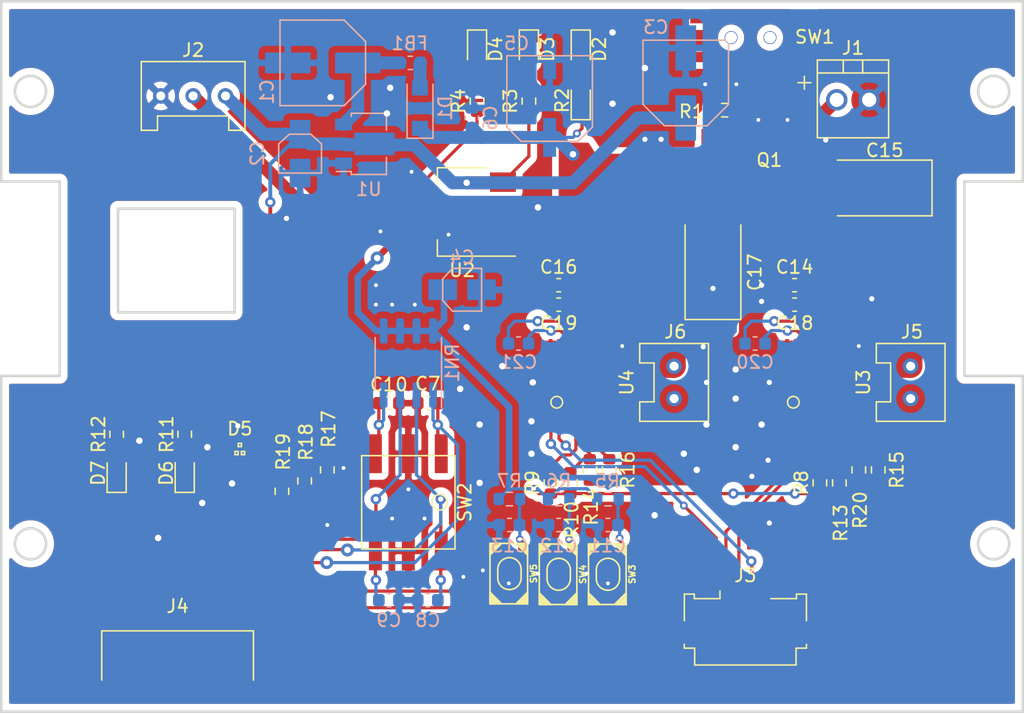
<source format=kicad_pcb>
(kicad_pcb (version 20171130) (host pcbnew "(5.1.10)-1")
  (layers (0 F.Cu signal) (31 B.Cu signal) (34 B.Paste user) (35 F.Paste user) (36 B.SilkS user) (37 F.SilkS user) (38 B.Mask user) (39 F.Mask user) (44 Edge.Cuts user))
  (net 0 "")
  (net 1 "Net-(C1-Pad1)")
  (net 2 GND)
  (net 3 +5V)
  (net 4 +3V3)
  (net 5 +BATT)
  (net 6 /Rotary8)
  (net 7 /Rotary4)
  (net 8 /Rotary2)
  (net 9 /Rotary1)
  (net 10 /SW3)
  (net 11 /SW2)
  (net 12 /SW1)
  (net 13 "Net-(C18-Pad2)")
  (net 14 "Net-(C19-Pad2)")
  (net 15 "Net-(C20-Pad2)")
  (net 16 "Net-(C20-Pad1)")
  (net 17 "Net-(C21-Pad1)")
  (net 18 "Net-(C21-Pad2)")
  (net 19 "Net-(D1-Pad1)")
  (net 20 "Net-(D2-Pad2)")
  (net 21 "Net-(D3-Pad2)")
  (net 22 "Net-(D4-Pad2)")
  (net 23 "Net-(D5-Pad2)")
  (net 24 "Net-(D5-Pad3)")
  (net 25 "Net-(D5-Pad4)")
  (net 26 "Net-(D6-Pad2)")
  (net 27 "Net-(D6-Pad1)")
  (net 28 "Net-(D7-Pad1)")
  (net 29 "Net-(D7-Pad2)")
  (net 30 "Net-(J1-Pad2)")
  (net 31 /DRV1_EN)
  (net 32 /DRV1_PN)
  (net 33 /DRV2_EN)
  (net 34 /DRV2_PN)
  (net 35 "Net-(J5-Pad1)")
  (net 36 "Net-(J5-Pad2)")
  (net 37 "Net-(J6-Pad2)")
  (net 38 "Net-(J6-Pad1)")
  (net 39 "Net-(Q1-Pad1)")
  (net 40 "Net-(R8-Pad2)")
  (net 41 "Net-(R9-Pad2)")
  (net 42 "Net-(R10-Pad2)")
  (net 43 "Net-(R13-Pad2)")
  (net 44 "Net-(R15-Pad1)")
  (net 45 "Net-(R16-Pad1)")
  (net 46 "Net-(J4-Pad3)")
  (net 47 "Net-(J4-Pad4)")
  (net 48 "Net-(J4-Pad5)")
  (module PA:PA_01x02 (layer F.Cu) (at 30.75 2 270)
    (fp_text reference J5 (at -3.9 -0.1 180) (layer F.SilkS))
    (fp_text value PA2)
    (pad 1 thru_hole circle (at 1.25 0 270) (size 1.2 1.2) (drill 0.7) (layers *.Cu *.Mask) (net 35 "Net-(J5-Pad1)"))
    (pad 2 thru_hole circle (at -1.25 0 270) (size 1.2 1.2) (drill 0.7) (layers *.Cu *.Mask) (net 36 "Net-(J5-Pad2)"))
  )
  (module Switch:SSSS810701 (layer F.Cu) (at 18.4 -24.6 180)
    (fp_text reference SW1 (at -4.95 0.05) (layer F.SilkS))
    (fp_text value SW_DPDT_x2)
    (pad MP smd rect (at -4.15 -1.5 180) (size 1 0.8) (layers F.Cu F.Paste F.Mask))
    (pad MP smd rect (at -4.15 1.5 180) (size 1 0.8) (layers F.Cu F.Paste F.Mask))
    (pad MP smd rect (at 4.15 1.5 180) (size 1 0.8) (layers F.Cu F.Paste F.Mask))
    (pad MP smd rect (at 4.15 -1.5 180) (size 1 0.8) (layers F.Cu F.Paste F.Mask))
    (pad "" np_thru_hole circle (at -1.5 0 180) (size 1 1) (drill 0.9) (layers *.Cu *.Mask))
    (pad "" np_thru_hole circle (at 1.5 0 180) (size 1 1) (drill 0.9) (layers *.Cu *.Mask))
    (pad 1 smd rect (at -2.25 -1.75 180) (size 0.7 1.5) (layers F.Cu F.Paste F.Mask) (net 2 GND))
    (pad 2 smd rect (at 0.75 -1.75 180) (size 0.7 1.5) (layers F.Cu F.Paste F.Mask) (net 2 GND))
    (pad 3 smd rect (at 2.25 -1.75 180) (size 0.7 1.5) (layers F.Cu F.Paste F.Mask) (net 39 "Net-(Q1-Pad1)"))
  )
  (module original:SOT-89 (layer F.Cu) (at 16.4 -15.3 180)
    (fp_text reference Q1 (at -3.45 -0.15 180) (layer F.SilkS))
    (fp_text value CXDM4060P)
    (pad 1 smd rect (at 1.5 1.3925 180) (size 0.58 1.73) (layers F.Cu F.Paste F.Mask) (net 39 "Net-(Q1-Pad1)"))
    (pad 2 smd rect (at 0 1.5075 180) (size 0.76 1.5) (layers F.Cu F.Paste F.Mask) (net 5 +BATT))
    (pad 3 smd rect (at -1.5 1.3925 180) (size 0.58 1.73) (layers F.Cu F.Paste F.Mask) (net 30 "Net-(J1-Pad2)"))
    (pad 2 smd rect (at 0 -0.7575 180) (size 1.933 3.03) (layers F.Cu F.Paste F.Mask) (net 5 +BATT))
  )
  (module Capacitor:ECASD91B107M012K00 (layer F.Cu) (at 28.75 -13 180)
    (fp_text reference C15 (at 0 2.9) (layer F.SilkS))
    (fp_text value 100u)
    (pad 2 smd rect (at -3.5 0 180) (size 2 3) (layers F.Cu F.Paste F.Mask) (net 2 GND))
    (pad 1 smd rect (at 3.5 0 180) (size 2 3) (layers F.Cu F.Paste F.Mask) (net 5 +BATT))
  )
  (module Capacitor:ECASD91B107M012K00 (layer F.Cu) (at 15.5 -6.5 90)
    (fp_text reference C17 (at 0 3.224997 270) (layer F.SilkS))
    (fp_text value 100u)
    (pad 2 smd rect (at -3.5 0 90) (size 2 3) (layers F.Cu F.Paste F.Mask) (net 2 GND))
    (pad 1 smd rect (at 3.5 0 90) (size 2 3) (layers F.Cu F.Paste F.Mask) (net 5 +BATT))
  )
  (module Capacitor:AVE106M16A12T-F (layer B.Cu) (at -14.6 -22.65)
    (fp_text reference C1 (at -4.3 2.25 90) (layer B.SilkS) (effects (justify mirror)))
    (fp_text value 10u)
    (pad 2 smd rect (at -2.7 0) (size 3.5 1.6) (layers B.Cu B.Paste B.Mask) (net 2 GND))
    (pad 1 smd rect (at 2.7 0) (size 3.5 1.6) (layers B.Cu B.Paste B.Mask) (net 1 "Net-(C1-Pad1)"))
  )
  (module Capacitor:865090168010 (layer B.Cu) (at -16.35 -15.65 90)
    (fp_text reference C2 (at 0 -3.3 90) (layer B.SilkS) (effects (justify mirror)))
    (fp_text value 22u)
    (pad 1 smd rect (at 1.5 0 90) (size 2.2 1.6) (layers B.Cu B.Paste B.Mask) (net 3 +5V))
    (pad 2 smd rect (at -1.5 0 90) (size 2.2 1.6) (layers B.Cu B.Paste B.Mask) (net 2 GND))
  )
  (module Capacitor:AVE106M16A12T-F (layer B.Cu) (at 13.4 -21.1 270)
    (fp_text reference C3 (at -4.3 2.3 180) (layer B.SilkS) (effects (justify mirror)))
    (fp_text value 10u)
    (pad 2 smd rect (at -2.7 0 270) (size 3.5 1.6) (layers B.Cu B.Paste B.Mask) (net 2 GND))
    (pad 1 smd rect (at 2.7 0 270) (size 3.5 1.6) (layers B.Cu B.Paste B.Mask) (net 3 +5V))
  )
  (module Capacitor:865090168010 (layer B.Cu) (at -3.85 -5.15 180)
    (fp_text reference C4 (at 0 2.5) (layer B.SilkS) (effects (justify mirror)))
    (fp_text value 22u)
    (pad 2 smd rect (at -1.5 0 180) (size 2.2 1.6) (layers B.Cu B.Paste B.Mask) (net 2 GND))
    (pad 1 smd rect (at 1.5 0 180) (size 2.2 1.6) (layers B.Cu B.Paste B.Mask) (net 4 +3V3))
  )
  (module Capacitor:EEE-1AA221XP (layer B.Cu) (at 2.9 -19.9 270)
    (fp_text reference C5 (at -4.25 2.55) (layer B.SilkS) (effects (justify mirror)))
    (fp_text value 220u)
    (pad 1 smd rect (at 3 0 270) (size 3 1) (layers B.Cu B.Paste B.Mask) (net 5 +BATT))
    (pad 2 smd rect (at -3 0 270) (size 3 1) (layers B.Cu B.Paste B.Mask) (net 2 GND))
  )
  (module Capacitor_SMD:C_0603_1608Metric (layer B.Cu) (at -3.1 -18.4 90)
    (fp_text reference C6 (at 0 1.43 270) (layer B.SilkS) (effects (justify mirror)))
    (fp_text value 0.1u)
    (pad 2 smd roundrect (at 0.775 0 90) (size 0.9 0.95) (layers B.Cu B.Paste B.Mask) (net 2 GND))
    (pad 1 smd roundrect (at -0.775 0 90) (size 0.9 0.95) (layers B.Cu B.Paste B.Mask) (net 5 +BATT))
  )
  (module Capacitor_SMD:C_0603_1608Metric (layer F.Cu) (at -6.5 3.6 180)
    (fp_text reference C7 (at 0 1.5) (layer F.SilkS))
    (fp_text value 0.1u)
    (pad 2 smd roundrect (at 0.775 0 180) (size 0.9 0.95) (layers F.Cu F.Paste F.Mask) (net 2 GND))
    (pad 1 smd roundrect (at -0.775 0 180) (size 0.9 0.95) (layers F.Cu F.Paste F.Mask) (net 9 /Rotary1))
  )
  (module Capacitor_SMD:C_0603_1608Metric (layer B.Cu) (at -6.5 18.8 180)
    (fp_text reference C8 (at 0 -1.55) (layer B.SilkS) (effects (justify mirror)))
    (fp_text value 0.1u)
    (pad 1 smd roundrect (at -0.775 0 180) (size 0.9 0.95) (layers B.Cu B.Paste B.Mask) (net 6 /Rotary8))
    (pad 2 smd roundrect (at 0.775 0 180) (size 0.9 0.95) (layers B.Cu B.Paste B.Mask) (net 2 GND))
  )
  (module Capacitor_SMD:C_0603_1608Metric (layer B.Cu) (at -9.5 18.8)
    (fp_text reference C9 (at 0 1.55) (layer B.SilkS) (effects (justify mirror)))
    (fp_text value 0.1u)
    (pad 2 smd roundrect (at 0.775 0) (size 0.9 0.95) (layers B.Cu B.Paste B.Mask) (net 2 GND))
    (pad 1 smd roundrect (at -0.775 0) (size 0.9 0.95) (layers B.Cu B.Paste B.Mask) (net 8 /Rotary2))
  )
  (module Capacitor_SMD:C_0603_1608Metric (layer F.Cu) (at -9.5 3.6)
    (fp_text reference C10 (at 0 -1.43) (layer F.SilkS))
    (fp_text value 0.1u)
    (pad 2 smd roundrect (at 0.775 0) (size 0.9 0.95) (layers F.Cu F.Paste F.Mask) (net 2 GND))
    (pad 1 smd roundrect (at -0.775 0) (size 0.9 0.95) (layers F.Cu F.Paste F.Mask) (net 7 /Rotary4))
  )
  (module Capacitor_SMD:C_0603_1608Metric (layer B.Cu) (at 7.4 13 180)
    (fp_text reference C11 (at 0.05 -1.6) (layer B.SilkS) (effects (justify mirror)))
    (fp_text value 0.1u)
    (pad 2 smd roundrect (at 0.775 0 180) (size 0.9 0.95) (layers B.Cu B.Paste B.Mask) (net 2 GND))
    (pad 1 smd roundrect (at -0.775 0 180) (size 0.9 0.95) (layers B.Cu B.Paste B.Mask) (net 10 /SW3))
  )
  (module Capacitor_SMD:C_0603_1608Metric (layer B.Cu) (at 3.6 13 180)
    (fp_text reference C12 (at 0 -1.6) (layer B.SilkS) (effects (justify mirror)))
    (fp_text value 0.1u)
    (pad 1 smd roundrect (at -0.775 0 180) (size 0.9 0.95) (layers B.Cu B.Paste B.Mask) (net 11 /SW2))
    (pad 2 smd roundrect (at 0.775 0 180) (size 0.9 0.95) (layers B.Cu B.Paste B.Mask) (net 2 GND))
  )
  (module Capacitor_SMD:C_0603_1608Metric (layer B.Cu) (at -0.2 13 180)
    (fp_text reference C13 (at 0 -1.6) (layer B.SilkS) (effects (justify mirror)))
    (fp_text value 0.1u)
    (pad 1 smd roundrect (at -0.775 0 180) (size 0.9 0.95) (layers B.Cu B.Paste B.Mask) (net 12 /SW1))
    (pad 2 smd roundrect (at 0.775 0 180) (size 0.9 0.95) (layers B.Cu B.Paste B.Mask) (net 2 GND))
  )
  (module Capacitor_SMD:C_0603_1608Metric (layer F.Cu) (at 21.8 -5.5 180)
    (fp_text reference C14 (at 0 1.4) (layer F.SilkS))
    (fp_text value 0.1u)
    (pad 1 smd roundrect (at -0.775 0 180) (size 0.9 0.95) (layers F.Cu F.Paste F.Mask) (net 5 +BATT))
    (pad 2 smd roundrect (at 0.775 0 180) (size 0.9 0.95) (layers F.Cu F.Paste F.Mask) (net 2 GND))
  )
  (module Capacitor_SMD:C_0603_1608Metric (layer F.Cu) (at 3.6 -5.5 180)
    (fp_text reference C16 (at 0 1.4) (layer F.SilkS))
    (fp_text value 0.1u)
    (pad 1 smd roundrect (at -0.775 0 180) (size 0.9 0.95) (layers F.Cu F.Paste F.Mask) (net 5 +BATT))
    (pad 2 smd roundrect (at 0.775 0 180) (size 0.9 0.95) (layers F.Cu F.Paste F.Mask) (net 2 GND))
  )
  (module Capacitor_SMD:C_0603_1608Metric (layer F.Cu) (at 21.8 -4 180)
    (fp_text reference C18 (at 0 -1.43) (layer F.SilkS))
    (fp_text value 0.1u)
    (pad 2 smd roundrect (at 0.775 0 180) (size 0.9 0.95) (layers F.Cu F.Paste F.Mask) (net 13 "Net-(C18-Pad2)"))
    (pad 1 smd roundrect (at -0.775 0 180) (size 0.9 0.95) (layers F.Cu F.Paste F.Mask) (net 5 +BATT))
  )
  (module Capacitor_SMD:C_0603_1608Metric (layer F.Cu) (at 3.6 -4 180)
    (fp_text reference C19 (at 0 -1.43) (layer F.SilkS))
    (fp_text value 0.1u)
    (pad 1 smd roundrect (at -0.775 0 180) (size 0.9 0.95) (layers F.Cu F.Paste F.Mask) (net 5 +BATT))
    (pad 2 smd roundrect (at 0.775 0 180) (size 0.9 0.95) (layers F.Cu F.Paste F.Mask) (net 14 "Net-(C19-Pad2)"))
  )
  (module Capacitor_SMD:C_0603_1608Metric (layer B.Cu) (at 18.75 -1)
    (fp_text reference C20 (at 0 1.43) (layer B.SilkS) (effects (justify mirror)))
    (fp_text value 22n)
    (pad 1 smd roundrect (at -0.775 0) (size 0.9 0.95) (layers B.Cu B.Paste B.Mask) (net 16 "Net-(C20-Pad1)"))
    (pad 2 smd roundrect (at 0.775 0) (size 0.9 0.95) (layers B.Cu B.Paste B.Mask) (net 15 "Net-(C20-Pad2)"))
  )
  (module Capacitor_SMD:C_0603_1608Metric (layer B.Cu) (at 0.5 -1)
    (fp_text reference C21 (at 0 1.43 180) (layer B.SilkS) (effects (justify mirror)))
    (fp_text value 22n)
    (pad 2 smd roundrect (at 0.775 0) (size 0.9 0.95) (layers B.Cu B.Paste B.Mask) (net 18 "Net-(C21-Pad2)"))
    (pad 1 smd roundrect (at -0.775 0) (size 0.9 0.95) (layers B.Cu B.Paste B.Mask) (net 17 "Net-(C21-Pad1)"))
  )
  (module original:SOD-123FL (layer B.Cu) (at -7.1 -19.15 90)
    (fp_text reference D1 (at 0 1.95 270) (layer B.SilkS) (effects (justify mirror)))
    (fp_text value SS2040FL-AU_R1_000A1)
    (pad 1 smd rect (at 1.55 0 90) (size 1.15 1.22) (layers B.Cu B.Paste B.Mask) (net 19 "Net-(D1-Pad1)"))
    (pad 2 smd rect (at -1.55 0 90) (size 1.15 1.22) (layers B.Cu B.Paste B.Mask) (net 5 +BATT))
  )
  (module Diode_SMD:D_0603_1608Metric (layer F.Cu) (at 5.3 -23.7 270)
    (fp_text reference D2 (at 0 -1.43 90) (layer F.SilkS))
    (fp_text value Red)
    (pad 2 smd roundrect (at 0.7875 0 270) (size 0.875 0.95) (layers F.Cu F.Paste F.Mask) (net 20 "Net-(D2-Pad2)"))
    (pad 1 smd roundrect (at -0.7875 0 270) (size 0.875 0.95) (layers F.Cu F.Paste F.Mask) (net 2 GND))
  )
  (module Diode_SMD:D_0603_1608Metric (layer F.Cu) (at 1.3 -23.7 270)
    (fp_text reference D3 (at 0 -1.43 90) (layer F.SilkS))
    (fp_text value Orange)
    (pad 2 smd roundrect (at 0.7875 0 270) (size 0.875 0.95) (layers F.Cu F.Paste F.Mask) (net 21 "Net-(D3-Pad2)"))
    (pad 1 smd roundrect (at -0.7875 0 270) (size 0.875 0.95) (layers F.Cu F.Paste F.Mask) (net 2 GND))
  )
  (module Diode_SMD:D_0603_1608Metric (layer F.Cu) (at -2.7 -23.7 270)
    (fp_text reference D4 (at 0 -1.43 90) (layer F.SilkS))
    (fp_text value Yellow)
    (pad 1 smd roundrect (at -0.7875 0 270) (size 0.875 0.95) (layers F.Cu F.Paste F.Mask) (net 2 GND))
    (pad 2 smd roundrect (at 0.7875 0 270) (size 0.875 0.95) (layers F.Cu F.Paste F.Mask) (net 22 "Net-(D4-Pad2)"))
  )
  (module original:APTF1616LSEEZGKQBKC (layer F.Cu) (at -21 7.2 180)
    (fp_text reference D5 (at 0 1.625) (layer F.SilkS))
    (fp_text value APTF1616LSEEZGKQBKC)
    (pad 1 smd rect (at 0.875 0.5 180) (size 0.85 0.5) (layers F.Cu F.Paste F.Mask) (net 3 +5V))
    (pad 2 smd rect (at -0.875 0.5 180) (size 0.85 0.5) (layers F.Cu F.Paste F.Mask) (net 23 "Net-(D5-Pad2)"))
    (pad 3 smd rect (at -0.875 -0.5 180) (size 0.85 0.5) (layers F.Cu F.Paste F.Mask) (net 24 "Net-(D5-Pad3)"))
    (pad 4 smd rect (at 0.875 -0.5 180) (size 0.85 0.5) (layers F.Cu F.Paste F.Mask) (net 25 "Net-(D5-Pad4)"))
  )
  (module Diode_SMD:D_0603_1608Metric (layer F.Cu) (at -25.25 9 90)
    (fp_text reference D6 (at 0 -1.43 90) (layer F.SilkS))
    (fp_text value SMLEN3WBC8W1)
    (pad 2 smd roundrect (at 0.7875 0 90) (size 0.875 0.95) (layers F.Cu F.Paste F.Mask) (net 26 "Net-(D6-Pad2)"))
    (pad 1 smd roundrect (at -0.7875 0 90) (size 0.875 0.95) (layers F.Cu F.Paste F.Mask) (net 27 "Net-(D6-Pad1)"))
  )
  (module Diode_SMD:D_0603_1608Metric (layer F.Cu) (at -30.5 9 90)
    (fp_text reference D7 (at 0 -1.43 90) (layer F.SilkS))
    (fp_text value SMLEN3WBC8W1)
    (pad 1 smd roundrect (at -0.7875 0 90) (size 0.875 0.95) (layers F.Cu F.Paste F.Mask) (net 28 "Net-(D7-Pad1)"))
    (pad 2 smd roundrect (at 0.7875 0 90) (size 0.875 0.95) (layers F.Cu F.Paste F.Mask) (net 29 "Net-(D7-Pad2)"))
  )
  (module Inductor_SMD:L_0603_1608Metric (layer B.Cu) (at -7.85 -22.65)
    (fp_text reference FB1 (at -0.05 -1.5) (layer B.SilkS) (effects (justify mirror)))
    (fp_text value 470)
    (pad 1 smd roundrect (at -0.7875 0) (size 0.875 0.95) (layers B.Cu B.Paste B.Mask) (net 1 "Net-(C1-Pad1)"))
    (pad 2 smd roundrect (at 0.7875 0) (size 0.875 0.95) (layers B.Cu B.Paste B.Mask) (net 19 "Net-(D1-Pad1)"))
  )
  (module ILG:ILG_01x02 (layer F.Cu) (at 26.3 -19.8)
    (fp_text reference J1 (at 0 -4) (layer F.SilkS))
    (fp_text value ILG2)
    (pad 2 thru_hole circle (at -1.25 0) (size 1.65 1.65) (drill 1.1) (layers *.Cu *.Mask) (net 30 "Net-(J1-Pad2)"))
    (pad 1 thru_hole circle (at 1.25 0) (size 1.65 1.65) (drill 1.1) (layers *.Cu *.Mask) (net 2 GND))
  )
  (module PA:PA_01x03 (layer F.Cu) (at -24.6 -20.1)
    (fp_text reference J2 (at 0 -3.533328) (layer F.SilkS))
    (fp_text value PA3)
    (pad 1 thru_hole circle (at 2.5 0) (size 1.2 1.2) (drill 0.7) (layers *.Cu *.Mask) (net 3 +5V))
    (pad 2 thru_hole circle (at 0 0) (size 1.2 1.2) (drill 0.7) (layers *.Cu *.Mask) (net 4 +3V3))
    (pad 3 thru_hole circle (at -2.5 0) (size 1.2 1.2) (drill 0.7) (layers *.Cu *.Mask) (net 2 GND))
  )
  (module Connector_FFC-FPC:Molex_200528-0040_1x04-1MP_P1.00mm_Horizontal (layer F.Cu) (at 18 19.5)
    (fp_text reference J3 (at 0 -2.61) (layer F.SilkS))
    (fp_text value FFC4)
    (pad MP smd rect (at -4.3 1.79) (size 2 1.3) (layers F.Cu F.Paste F.Mask) (net 2 GND))
    (pad MP smd rect (at 4.3 1.79) (size 2 1.3) (layers F.Cu F.Paste F.Mask) (net 2 GND))
    (pad 1 smd rect (at -1.5 -0.91) (size 0.4 1) (layers F.Cu F.Paste F.Mask) (net 31 /DRV1_EN))
    (pad 2 smd rect (at -0.5 -0.91) (size 0.4 1) (layers F.Cu F.Paste F.Mask) (net 32 /DRV1_PN))
    (pad 3 smd rect (at 0.5 -0.91) (size 0.4 1) (layers F.Cu F.Paste F.Mask) (net 34 /DRV2_PN))
    (pad 4 smd rect (at 1.5 -0.91) (size 0.4 1) (layers F.Cu F.Paste F.Mask) (net 33 /DRV2_EN))
  )
  (module PA:PA_01x02 (layer F.Cu) (at 12.5 2 270)
    (fp_text reference J6 (at -3.9 -0.1 180) (layer F.SilkS))
    (fp_text value PA2)
    (pad 2 thru_hole circle (at -1.25 0 270) (size 1.2 1.2) (drill 0.7) (layers *.Cu *.Mask) (net 37 "Net-(J6-Pad2)"))
    (pad 1 thru_hole circle (at 1.25 0 270) (size 1.2 1.2) (drill 0.7) (layers *.Cu *.Mask) (net 38 "Net-(J6-Pad1)"))
  )
  (module Resistor_SMD:R_0603_1608Metric (layer F.Cu) (at 16.4 -19 180)
    (fp_text reference R1 (at 2.55 -0.1) (layer F.SilkS))
    (fp_text value 10k)
    (pad 2 smd roundrect (at 0.825 0 180) (size 0.8 0.95) (layers F.Cu F.Paste F.Mask) (net 39 "Net-(Q1-Pad1)"))
    (pad 1 smd roundrect (at -0.825 0 180) (size 0.8 0.95) (layers F.Cu F.Paste F.Mask) (net 30 "Net-(J1-Pad2)"))
  )
  (module Diode_SMD:D_0603_1608Metric (layer F.Cu) (at 5.3 -19.75 90)
    (fp_text reference R2 (at 0 -1.43 90) (layer F.SilkS))
    (fp_text value 2k)
    (pad 1 smd roundrect (at -0.7875 0 90) (size 0.875 0.95) (layers F.Cu F.Paste F.Mask) (net 5 +BATT))
    (pad 2 smd roundrect (at 0.7875 0 90) (size 0.875 0.95) (layers F.Cu F.Paste F.Mask) (net 20 "Net-(D2-Pad2)"))
  )
  (module Resistor_SMD:R_0603_1608Metric (layer F.Cu) (at 1.3 -19.7 90)
    (fp_text reference R3 (at 0 -1.43 90) (layer F.SilkS))
    (fp_text value 680)
    (pad 2 smd roundrect (at 0.825 0 90) (size 0.8 0.95) (layers F.Cu F.Paste F.Mask) (net 21 "Net-(D3-Pad2)"))
    (pad 1 smd roundrect (at -0.825 0 90) (size 0.8 0.95) (layers F.Cu F.Paste F.Mask) (net 3 +5V))
  )
  (module Resistor_SMD:R_0603_1608Metric (layer F.Cu) (at -2.7 -19.7 90)
    (fp_text reference R4 (at 0 -1.43 90) (layer F.SilkS))
    (fp_text value 270)
    (pad 1 smd roundrect (at -0.825 0 90) (size 0.8 0.95) (layers F.Cu F.Paste F.Mask) (net 4 +3V3))
    (pad 2 smd roundrect (at 0.825 0 90) (size 0.8 0.95) (layers F.Cu F.Paste F.Mask) (net 22 "Net-(D4-Pad2)"))
  )
  (module Resistor_SMD:R_0603_1608Metric (layer B.Cu) (at 7.4 11)
    (fp_text reference R5 (at -0.05 -1.4) (layer B.SilkS) (effects (justify mirror)))
    (fp_text value 10k)
    (pad 2 smd roundrect (at 0.825 0) (size 0.8 0.95) (layers B.Cu B.Paste B.Mask) (net 10 /SW3))
    (pad 1 smd roundrect (at -0.825 0) (size 0.8 0.95) (layers B.Cu B.Paste B.Mask) (net 4 +3V3))
  )
  (module Resistor_SMD:R_0603_1608Metric (layer B.Cu) (at 3.6 11)
    (fp_text reference R6 (at 0 -1.4) (layer B.SilkS) (effects (justify mirror)))
    (fp_text value 10k)
    (pad 2 smd roundrect (at 0.825 0) (size 0.8 0.95) (layers B.Cu B.Paste B.Mask) (net 11 /SW2))
    (pad 1 smd roundrect (at -0.825 0) (size 0.8 0.95) (layers B.Cu B.Paste B.Mask) (net 4 +3V3))
  )
  (module Resistor_SMD:R_0603_1608Metric (layer B.Cu) (at -0.2 11)
    (fp_text reference R7 (at 0 -1.4) (layer B.SilkS) (effects (justify mirror)))
    (fp_text value 10k)
    (pad 2 smd roundrect (at 0.825 0) (size 0.8 0.95) (layers B.Cu B.Paste B.Mask) (net 12 /SW1))
    (pad 1 smd roundrect (at -0.825 0) (size 0.8 0.95) (layers B.Cu B.Paste B.Mask) (net 4 +3V3))
  )
  (module Resistor_SMD:R_0603_1608Metric (layer F.Cu) (at 23.75 9.75 90)
    (fp_text reference R8 (at 0 -1.43 90) (layer F.SilkS))
    (fp_text value 10k)
    (pad 2 smd roundrect (at 0.825 0 90) (size 0.8 0.95) (layers F.Cu F.Paste F.Mask) (net 40 "Net-(R8-Pad2)"))
    (pad 1 smd roundrect (at -0.825 0 90) (size 0.8 0.95) (layers F.Cu F.Paste F.Mask) (net 4 +3V3))
  )
  (module Resistor_SMD:R_0603_1608Metric (layer F.Cu) (at 3 9.75 90)
    (fp_text reference R9 (at 0 -1.43 90) (layer F.SilkS))
    (fp_text value 10k)
    (pad 2 smd roundrect (at 0.825 0 90) (size 0.8 0.95) (layers F.Cu F.Paste F.Mask) (net 41 "Net-(R9-Pad2)"))
    (pad 1 smd roundrect (at -0.825 0 90) (size 0.8 0.95) (layers F.Cu F.Paste F.Mask) (net 4 +3V3))
  )
  (module Resistor_SMD:R_0603_1608Metric (layer F.Cu) (at 4.5 9.75 90)
    (fp_text reference R10 (at -2.85 0.1 270) (layer F.SilkS))
    (fp_text value 16k)
    (pad 1 smd roundrect (at -0.825 0 90) (size 0.8 0.95) (layers F.Cu F.Paste F.Mask) (net 4 +3V3))
    (pad 2 smd roundrect (at 0.825 0 90) (size 0.8 0.95) (layers F.Cu F.Paste F.Mask) (net 42 "Net-(R10-Pad2)"))
  )
  (module Resistor_SMD:R_0603_1608Metric (layer F.Cu) (at -25.25 6 270)
    (fp_text reference R11 (at 0 1.4 90) (layer F.SilkS))
    (fp_text value 470)
    (pad 2 smd roundrect (at 0.825 0 270) (size 0.8 0.95) (layers F.Cu F.Paste F.Mask) (net 26 "Net-(D6-Pad2)"))
    (pad 1 smd roundrect (at -0.825 0 270) (size 0.8 0.95) (layers F.Cu F.Paste F.Mask) (net 3 +5V))
  )
  (module Resistor_SMD:R_0603_1608Metric (layer F.Cu) (at -30.5 6 270)
    (fp_text reference R12 (at 0 1.4 90) (layer F.SilkS))
    (fp_text value 470)
    (pad 1 smd roundrect (at -0.825 0 270) (size 0.8 0.95) (layers F.Cu F.Paste F.Mask) (net 3 +5V))
    (pad 2 smd roundrect (at 0.825 0 270) (size 0.8 0.95) (layers F.Cu F.Paste F.Mask) (net 29 "Net-(D7-Pad2)"))
  )
  (module Resistor_SMD:R_0603_1608Metric (layer F.Cu) (at 25.25 9.75 90)
    (fp_text reference R13 (at -3.1 0.1 90) (layer F.SilkS))
    (fp_text value 16k)
    (pad 2 smd roundrect (at 0.825 0 90) (size 0.8 0.95) (layers F.Cu F.Paste F.Mask) (net 43 "Net-(R13-Pad2)"))
    (pad 1 smd roundrect (at -0.825 0 90) (size 0.8 0.95) (layers F.Cu F.Paste F.Mask) (net 4 +3V3))
  )
  (module Resistor_SMD:R_0603_1608Metric (layer F.Cu) (at 6 8.75 270)
    (fp_text reference R14 (at 2.85 -0.1 270) (layer F.SilkS))
    (fp_text value 50k)
    (pad 1 smd roundrect (at -0.825 0 270) (size 0.8 0.95) (layers F.Cu F.Paste F.Mask) (net 42 "Net-(R10-Pad2)"))
    (pad 2 smd roundrect (at 0.825 0 270) (size 0.8 0.95) (layers F.Cu F.Paste F.Mask) (net 2 GND))
  )
  (module Resistor_SMD:R_0603_1608Metric (layer F.Cu) (at 28.25 8.75 270)
    (fp_text reference R15 (at 0 -1.43 90) (layer F.SilkS))
    (fp_text value 1.2k)
    (pad 1 smd roundrect (at -0.825 0 270) (size 0.8 0.95) (layers F.Cu F.Paste F.Mask) (net 44 "Net-(R15-Pad1)"))
    (pad 2 smd roundrect (at 0.825 0 270) (size 0.8 0.95) (layers F.Cu F.Paste F.Mask) (net 2 GND))
  )
  (module Resistor_SMD:R_0603_1608Metric (layer F.Cu) (at 7.5 8.75 270)
    (fp_text reference R16 (at 0 -1.43 270) (layer F.SilkS))
    (fp_text value 1.2k)
    (pad 1 smd roundrect (at -0.825 0 270) (size 0.8 0.95) (layers F.Cu F.Paste F.Mask) (net 45 "Net-(R16-Pad1)"))
    (pad 2 smd roundrect (at 0.825 0 270) (size 0.8 0.95) (layers F.Cu F.Paste F.Mask) (net 2 GND))
  )
  (module Resistor_SMD:R_0603_1608Metric (layer F.Cu) (at -14.25 8.75 270)
    (fp_text reference R17 (at -3.15 -0.1 90) (layer F.SilkS))
    (fp_text value 1.5k)
    (pad 2 smd roundrect (at 0.825 0 270) (size 0.8 0.95) (layers F.Cu F.Paste F.Mask) (net 48 "Net-(J4-Pad5)"))
    (pad 1 smd roundrect (at -0.825 0 270) (size 0.8 0.95) (layers F.Cu F.Paste F.Mask) (net 23 "Net-(D5-Pad2)"))
  )
  (module Resistor_SMD:R_0603_1608Metric (layer F.Cu) (at -16 9.6 270)
    (fp_text reference R18 (at -3 -0.1 90) (layer F.SilkS))
    (fp_text value 1.2k)
    (pad 1 smd roundrect (at -0.825 0 270) (size 0.8 0.95) (layers F.Cu F.Paste F.Mask) (net 24 "Net-(D5-Pad3)"))
    (pad 2 smd roundrect (at 0.825 0 270) (size 0.8 0.95) (layers F.Cu F.Paste F.Mask) (net 47 "Net-(J4-Pad4)"))
  )
  (module Resistor_SMD:R_0603_1608Metric (layer F.Cu) (at -17.75 10.4 270)
    (fp_text reference R19 (at -3.05 -0.1 90) (layer F.SilkS))
    (fp_text value 1.2k)
    (pad 1 smd roundrect (at -0.825 0 270) (size 0.8 0.95) (layers F.Cu F.Paste F.Mask) (net 25 "Net-(D5-Pad4)"))
    (pad 2 smd roundrect (at 0.825 0 270) (size 0.8 0.95) (layers F.Cu F.Paste F.Mask) (net 46 "Net-(J4-Pad3)"))
  )
  (module Resistor_SMD:R_0603_1608Metric (layer F.Cu) (at 26.75 8.75 270)
    (fp_text reference R20 (at 3.1 -0.1 90) (layer F.SilkS))
    (fp_text value 50k)
    (pad 1 smd roundrect (at -0.825 0 270) (size 0.8 0.95) (layers F.Cu F.Paste F.Mask) (net 43 "Net-(R13-Pad2)"))
    (pad 2 smd roundrect (at 0.825 0 270) (size 0.8 0.95) (layers F.Cu F.Paste F.Mask) (net 2 GND))
  )
  (module Package_SO:SOIC-8_3.9x4.9mm_P1.27mm (layer B.Cu) (at -8 0.5 90)
    (fp_text reference RN1 (at 0 3.4 -90) (layer B.SilkS) (effects (justify mirror)))
    (fp_text value 10k)
    (pad 1 smd roundrect (at -2.475 1.905 90) (size 1.95 0.6) (layers B.Cu B.Paste B.Mask) (net 9 /Rotary1))
    (pad 2 smd roundrect (at -2.475 0.635 90) (size 1.95 0.6) (layers B.Cu B.Paste B.Mask) (net 6 /Rotary8))
    (pad 3 smd roundrect (at -2.475 -0.635 90) (size 1.95 0.6) (layers B.Cu B.Paste B.Mask) (net 8 /Rotary2))
    (pad 4 smd roundrect (at -2.475 -1.905 90) (size 1.95 0.6) (layers B.Cu B.Paste B.Mask) (net 7 /Rotary4))
    (pad 5 smd roundrect (at 2.475 -1.905 90) (size 1.95 0.6) (layers B.Cu B.Paste B.Mask) (net 4 +3V3))
    (pad 6 smd roundrect (at 2.475 -0.635 90) (size 1.95 0.6) (layers B.Cu B.Paste B.Mask) (net 4 +3V3))
    (pad 7 smd roundrect (at 2.475 0.635 90) (size 1.95 0.6) (layers B.Cu B.Paste B.Mask) (net 4 +3V3))
    (pad 8 smd roundrect (at 2.475 1.905 90) (size 1.95 0.6) (layers B.Cu B.Paste B.Mask) (net 4 +3V3))
  )
  (module Switch:220AMB16R (layer F.Cu) (at -8 11.25 270)
    (fp_text reference SW2 (at 0 -4.35 90) (layer F.SilkS))
    (fp_text value 220AMB16R)
    (pad 1 smd rect (at -3.75 -2.54 270) (size 3 1) (layers F.Cu F.Paste F.Mask) (net 9 /Rotary1))
    (pad 2 smd rect (at 3.75 2.54 270) (size 3 1) (layers F.Cu F.Paste F.Mask) (net 8 /Rotary2))
    (pad C smd rect (at 3.75 0 270) (size 3 1) (layers F.Cu F.Paste F.Mask) (net 2 GND))
    (pad 4 smd rect (at -3.75 2.54 270) (size 3 1) (layers F.Cu F.Paste F.Mask) (net 7 /Rotary4))
    (pad 8 smd rect (at 3.75 -2.54 270) (size 3 1) (layers F.Cu F.Paste F.Mask) (net 6 /Rotary8))
    (pad C smd rect (at -3.75 0 270) (size 3 1) (layers F.Cu F.Paste F.Mask) (net 2 GND))
  )
  (module SKRPABE010:SKRPABE010 (layer F.Cu) (at 7.4 16.8 270)
    (fp_text reference SW3 (at 0 -1.866664 90) (layer F.SilkS) (effects (font (size 0.48 0.48))))
    (fp_text value SKRPABE010)
    (pad 1 smd rect (at -1.7325 -1 270) (size 1.05 0.65) (layers F.Cu F.Paste F.Mask) (net 10 /SW3))
    (pad 1 smd rect (at 1.7325 -1 270) (size 1.05 0.65) (layers F.Cu F.Paste F.Mask) (net 10 /SW3))
    (pad 2 smd rect (at -1.7325 1.1 270) (size 1.05 0.65) (layers F.Cu F.Paste F.Mask) (net 2 GND))
    (pad 2 smd rect (at 1.7325 1.1 270) (size 1.05 0.65) (layers F.Cu F.Paste F.Mask) (net 2 GND))
  )
  (module SKRPABE010:SKRPABE010 (layer F.Cu) (at 3.6 16.8 270)
    (fp_text reference SW4 (at 0 -1.866664 90) (layer F.SilkS) (effects (font (size 0.48 0.48))))
    (fp_text value SKRPABE010)
    (pad 2 smd rect (at 1.7325 1.1 270) (size 1.05 0.65) (layers F.Cu F.Paste F.Mask) (net 2 GND))
    (pad 2 smd rect (at -1.7325 1.1 270) (size 1.05 0.65) (layers F.Cu F.Paste F.Mask) (net 2 GND))
    (pad 1 smd rect (at 1.7325 -1 270) (size 1.05 0.65) (layers F.Cu F.Paste F.Mask) (net 11 /SW2))
    (pad 1 smd rect (at -1.7325 -1 270) (size 1.05 0.65) (layers F.Cu F.Paste F.Mask) (net 11 /SW2))
  )
  (module SKRPABE010:SKRPABE010 (layer F.Cu) (at -0.2 16.75 270)
    (fp_text reference SW5 (at 0 -1.866664 90) (layer F.SilkS) (effects (font (size 0.48 0.48))))
    (fp_text value SKRPABE010)
    (pad 1 smd rect (at -1.7325 -1 270) (size 1.05 0.65) (layers F.Cu F.Paste F.Mask) (net 12 /SW1))
    (pad 1 smd rect (at 1.7325 -1 270) (size 1.05 0.65) (layers F.Cu F.Paste F.Mask) (net 12 /SW1))
    (pad 2 smd rect (at -1.7325 1.1 270) (size 1.05 0.65) (layers F.Cu F.Paste F.Mask) (net 2 GND))
    (pad 2 smd rect (at 1.7325 1.1 270) (size 1.05 0.65) (layers F.Cu F.Paste F.Mask) (net 2 GND))
  )
  (module Package_TO_SOT_SMD:SOT-89-3 (layer B.Cu) (at -11.35 -16.4)
    (fp_text reference U1 (at 0.3 3.5) (layer B.SilkS) (effects (justify mirror)))
    (fp_text value AZ1117R-5.0TRE1)
    (pad 1 smd rect (at -1.65 1.5) (size 1.3 0.9) (layers B.Cu B.Paste B.Mask) (net 2 GND))
    (pad 3 smd rect (at -1.65 -1.5) (size 1.3 0.9) (layers B.Cu B.Paste B.Mask) (net 1 "Net-(C1-Pad1)"))
    (pad 2 smd custom (at -1.5625 0) (size 1.475 0.9) (layers B.Cu B.Paste B.Mask) (net 3 +5V) (options (clearance outline) (anchor rect)) (primitives (gr_poly (pts (xy 0.7375 0.8665) (xy 3.8625 0.8665) (xy 3.8625 -0.8665) (xy 0.7375 -0.8665)) (width 0))))
  )
  (module Package_TO_SOT_SMD:SOT-223-3_TabPin2 (layer F.Cu) (at -3.85 -11.15 180)
    (fp_text reference U2 (at 0 -4.5) (layer F.SilkS))
    (fp_text value AZ1117IH-3.3TRG1)
    (pad 2 smd rect (at 3.15 0 180) (size 2 3.8) (layers F.Cu F.Paste F.Mask) (net 4 +3V3))
    (pad 2 smd rect (at -3.15 0 180) (size 2 1.5) (layers F.Cu F.Paste F.Mask) (net 4 +3V3))
    (pad 3 smd rect (at -3.15 2.3 180) (size 2 1.5) (layers F.Cu F.Paste F.Mask) (net 3 +5V))
    (pad 1 smd rect (at -3.15 -2.3 180) (size 2 1.5) (layers F.Cu F.Paste F.Mask) (net 2 GND))
  )
  (module original:TSSOP_16-Pin (layer F.Cu) (at 23.5 2 90)
    (fp_text reference U3 (at 0 3.6 270) (layer F.SilkS))
    (fp_text value DRV8874)
    (pad ThermalPad smd rect (at 0 0 90) (size 2.46 3.55) (layers F.Cu F.Paste F.Mask) (net 2 GND))
    (pad 16 smd rect (at 2.86 -2.275 90) (size 0.97 0.29) (layers F.Cu F.Paste F.Mask) (net 2 GND))
    (pad 15 smd rect (at 2.86 -1.625 90) (size 0.97 0.29) (layers F.Cu F.Paste F.Mask) (net 2 GND))
    (pad 14 smd rect (at 2.86 -0.975 90) (size 0.97 0.29) (layers F.Cu F.Paste F.Mask) (net 15 "Net-(C20-Pad2)"))
    (pad 13 smd rect (at 2.86 -0.325 90) (size 0.97 0.29) (layers F.Cu F.Paste F.Mask) (net 16 "Net-(C20-Pad1)"))
    (pad 12 smd rect (at 2.86 0.325 90) (size 0.97 0.29) (layers F.Cu F.Paste F.Mask) (net 13 "Net-(C18-Pad2)"))
    (pad 11 smd rect (at 2.86 0.975 90) (size 0.97 0.29) (layers F.Cu F.Paste F.Mask) (net 5 +BATT))
    (pad 10 smd rect (at 2.86 1.625 90) (size 0.97 0.29) (layers F.Cu F.Paste F.Mask) (net 36 "Net-(J5-Pad2)"))
    (pad 9 smd rect (at 2.86 2.275 90) (size 0.97 0.29) (layers F.Cu F.Paste F.Mask) (net 2 GND))
    (pad 8 smd rect (at -2.86 2.275 90) (size 0.97 0.29) (layers F.Cu F.Paste F.Mask) (net 35 "Net-(J5-Pad1)"))
    (pad 7 smd rect (at -2.86 1.625 90) (size 0.97 0.29) (layers F.Cu F.Paste F.Mask) (net 2 GND))
    (pad 6 smd rect (at -2.86 0.975 90) (size 0.97 0.29) (layers F.Cu F.Paste F.Mask) (net 44 "Net-(R15-Pad1)"))
    (pad 5 smd rect (at -2.86 0.325 90) (size 0.97 0.29) (layers F.Cu F.Paste F.Mask) (net 43 "Net-(R13-Pad2)"))
    (pad 4 smd rect (at -2.86 -0.325 90) (size 0.97 0.29) (layers F.Cu F.Paste F.Mask) (net 40 "Net-(R8-Pad2)"))
    (pad 3 smd rect (at -2.86 -0.975 90) (size 0.97 0.29) (layers F.Cu F.Paste F.Mask) (net 40 "Net-(R8-Pad2)"))
    (pad 2 smd rect (at -2.86 -1.625 90) (size 0.97 0.29) (layers F.Cu F.Paste F.Mask) (net 32 /DRV1_PN))
    (pad 1 smd rect (at -2.86 -2.275 90) (size 0.97 0.29) (layers F.Cu F.Paste F.Mask) (net 31 /DRV1_EN))
  )
  (module original:TSSOP_16-Pin (layer F.Cu) (at 5.25 2 90)
    (fp_text reference U4 (at 0 3.6 270) (layer F.SilkS))
    (fp_text value DRV8874)
    (pad ThermalPad smd rect (at 0 0 90) (size 2.46 3.55) (layers F.Cu F.Paste F.Mask) (net 2 GND))
    (pad 16 smd rect (at 2.86 -2.275 90) (size 0.97 0.29) (layers F.Cu F.Paste F.Mask) (net 2 GND))
    (pad 15 smd rect (at 2.86 -1.625 90) (size 0.97 0.29) (layers F.Cu F.Paste F.Mask) (net 2 GND))
    (pad 14 smd rect (at 2.86 -0.975 90) (size 0.97 0.29) (layers F.Cu F.Paste F.Mask) (net 18 "Net-(C21-Pad2)"))
    (pad 13 smd rect (at 2.86 -0.325 90) (size 0.97 0.29) (layers F.Cu F.Paste F.Mask) (net 17 "Net-(C21-Pad1)"))
    (pad 12 smd rect (at 2.86 0.325 90) (size 0.97 0.29) (layers F.Cu F.Paste F.Mask) (net 14 "Net-(C19-Pad2)"))
    (pad 11 smd rect (at 2.86 0.975 90) (size 0.97 0.29) (layers F.Cu F.Paste F.Mask) (net 5 +BATT))
    (pad 10 smd rect (at 2.86 1.625 90) (size 0.97 0.29) (layers F.Cu F.Paste F.Mask) (net 37 "Net-(J6-Pad2)"))
    (pad 9 smd rect (at 2.86 2.275 90) (size 0.97 0.29) (layers F.Cu F.Paste F.Mask) (net 2 GND))
    (pad 8 smd rect (at -2.86 2.275 90) (size 0.97 0.29) (layers F.Cu F.Paste F.Mask) (net 38 "Net-(J6-Pad1)"))
    (pad 7 smd rect (at -2.86 1.625 90) (size 0.97 0.29) (layers F.Cu F.Paste F.Mask) (net 2 GND))
    (pad 6 smd rect (at -2.86 0.975 90) (size 0.97 0.29) (layers F.Cu F.Paste F.Mask) (net 45 "Net-(R16-Pad1)"))
    (pad 5 smd rect (at -2.86 0.325 90) (size 0.97 0.29) (layers F.Cu F.Paste F.Mask) (net 42 "Net-(R10-Pad2)"))
    (pad 4 smd rect (at -2.86 -0.325 90) (size 0.97 0.29) (layers F.Cu F.Paste F.Mask) (net 41 "Net-(R9-Pad2)"))
    (pad 3 smd rect (at -2.86 -0.975 90) (size 0.97 0.29) (layers F.Cu F.Paste F.Mask) (net 41 "Net-(R9-Pad2)"))
    (pad 2 smd rect (at -2.86 -1.625 90) (size 0.97 0.29) (layers F.Cu F.Paste F.Mask) (net 34 /DRV2_PN))
    (pad 1 smd rect (at -2.86 -2.275 90) (size 0.97 0.29) (layers F.Cu F.Paste F.Mask) (net 33 /DRV2_EN))
  )
  (module FFC:WürthElektronik_687112183722_01x12_P0.5mm (layer F.Cu) (at -25.8 24.1)
    (fp_text reference J4 (at 0 -4.833336) (layer F.SilkS))
    (fp_text value FFC7)
    (pad 1 smd rect (at -2.75 -3.45) (size 0.3 1) (layers F.Cu F.Paste F.Mask) (net 28 "Net-(D7-Pad1)"))
    (pad 2 smd rect (at -2.25 -3.45) (size 0.3 1) (layers F.Cu F.Paste F.Mask) (net 27 "Net-(D6-Pad1)"))
    (pad 3 smd rect (at -1.75 -3.45) (size 0.3 1) (layers F.Cu F.Paste F.Mask) (net 46 "Net-(J4-Pad3)"))
    (pad 4 smd rect (at -1.25 -3.45) (size 0.3 1) (layers F.Cu F.Paste F.Mask) (net 47 "Net-(J4-Pad4)"))
    (pad 5 smd rect (at -0.75 -3.45) (size 0.3 1) (layers F.Cu F.Paste F.Mask) (net 48 "Net-(J4-Pad5)"))
    (pad 6 smd rect (at -0.25 -3.45) (size 0.3 1) (layers F.Cu F.Paste F.Mask) (net 7 /Rotary4))
    (pad 7 smd rect (at 0.25 -3.45) (size 0.3 1) (layers F.Cu F.Paste F.Mask) (net 8 /Rotary2))
    (pad 8 smd rect (at 0.75 -3.45) (size 0.3 1) (layers F.Cu F.Paste F.Mask) (net 6 /Rotary8))
    (pad 9 smd rect (at 1.25 -3.45) (size 0.3 1) (layers F.Cu F.Paste F.Mask) (net 9 /Rotary1))
    (pad 10 smd rect (at 1.75 -3.45) (size 0.3 1) (layers F.Cu F.Paste F.Mask) (net 12 /SW1))
    (pad 11 smd rect (at 2.25 -3.45) (size 0.3 1) (layers F.Cu F.Paste F.Mask) (net 11 /SW2))
    (pad 12 smd rect (at 2.75 -3.45) (size 0.3 1) (layers F.Cu F.Paste F.Mask) (net 10 /SW3))
    (pad MP smd rect (at -5 0) (size 1.65 1.3) (layers F.Cu F.Paste F.Mask) (net 2 GND))
    (pad MP smd rect (at 5 0) (size 1.65 1.3) (layers F.Cu F.Paste F.Mask) (net 2 GND))
  )
  (gr_line (start -21.4 -11.4) (end -21.4 -3.4) (layer Edge.Cuts) (width 0.2))
  (gr_line (start -30.4 -11.4) (end -21.4 -11.4) (layer Edge.Cuts) (width 0.2))
  (gr_line (start -30.4 -3.4) (end -30.4 -11.4) (layer Edge.Cuts) (width 0.2))
  (gr_line (start -21.4 -3.4) (end -30.4 -3.4) (layer Edge.Cuts) (width 0.2))
  (gr_circle (center -37.15 14.45) (end -35.95 14.45) (layer Edge.Cuts) (width 0.2))
  (gr_circle (center -37.15 -20.449999) (end -35.95 -20.449999) (layer Edge.Cuts) (width 0.2))
  (gr_circle (center 37.15 14.45) (end 38.35 14.45) (layer Edge.Cuts) (width 0.2))
  (gr_circle (center 37.15 -20.449999) (end 38.35 -20.449999) (layer Edge.Cuts) (width 0.2))
  (gr_line (start 39.399999 -27.4) (end -39.399999 -27.399999) (layer Edge.Cuts) (width 0.2))
  (gr_line (start 39.4 -13.5) (end 39.399999 -27.4) (layer Edge.Cuts) (width 0.2))
  (gr_line (start 34.9 -13.5) (end 39.4 -13.5) (layer Edge.Cuts) (width 0.2))
  (gr_line (start 34.9 1.499999) (end 34.9 -13.5) (layer Edge.Cuts) (width 0.2))
  (gr_line (start 39.4 1.499999) (end 34.9 1.499999) (layer Edge.Cuts) (width 0.2))
  (gr_line (start 39.399999 27.399999) (end 39.4 1.499999) (layer Edge.Cuts) (width 0.2))
  (gr_line (start -39.399999 27.4) (end 39.399999 27.399999) (layer Edge.Cuts) (width 0.2))
  (gr_line (start -39.4 1.5) (end -39.399999 27.4) (layer Edge.Cuts) (width 0.2))
  (gr_line (start -34.9 1.5) (end -39.4 1.5) (layer Edge.Cuts) (width 0.2))
  (gr_line (start -34.9 -13.499999) (end -34.9 1.5) (layer Edge.Cuts) (width 0.2))
  (gr_line (start -39.4 -13.499999) (end -34.9 -13.499999) (layer Edge.Cuts) (width 0.2))
  (gr_line (start -39.399999 -27.399999) (end -39.4 -13.499999) (layer Edge.Cuts) (width 0.2))
  (segment (start -8.6375 -22.65) (end -11.9 -22.65) (width 1) (layer B.Cu) (net 1))
  (segment (start -11.9 -19) (end -13 -17.9) (width 1) (layer B.Cu) (net 1))
  (segment (start -11.9 -22.65) (end -11.9 -19) (width 1) (layer B.Cu) (net 1))
  (segment (start 20.55 -0.3) (end 21.05 0.2) (width 0.3) (layer F.Cu) (net 2))
  (segment (start 20.55 -0.4) (end 20.55 -0.3) (width 0.3) (layer F.Cu) (net 2))
  (segment (start 20.85 -0.6) (end 20.85 -0.3) (width 0.3) (layer F.Cu) (net 2))
  (segment (start 20.85 -0.3) (end 21.05 -0.5) (width 0.3) (layer F.Cu) (net 2))
  (segment (start 20.55 -0.4) (end 20.55 -0.5) (width 0.3) (layer F.Cu) (net 2))
  (segment (start 21.05 -0.5) (end 21.05 -0.05) (width 0.3) (layer F.Cu) (net 2))
  (segment (start 21.225 0.125) (end 21.225 -0.86) (width 0.3) (layer F.Cu) (net 2))
  (segment (start 21.05 -0.05) (end 21.225 0.125) (width 0.3) (layer F.Cu) (net 2))
  (segment (start 20.75 -0.7) (end 20.85 -0.6) (width 0.3) (layer F.Cu) (net 2))
  (segment (start 20.55 -0.5) (end 20.75 -0.7) (width 0.3) (layer F.Cu) (net 2))
  (via (at 26.75 -0.8) (size 0.6) (drill 0.3) (layers F.Cu B.Cu) (net 2))
  (segment (start 26.69 -0.86) (end 26.75 -0.8) (width 0.3) (layer F.Cu) (net 2))
  (segment (start 25.775 -0.86) (end 26.69 -0.86) (width 0.3) (layer F.Cu) (net 2))
  (via (at -9.65 -18.75) (size 1) (drill 0.5) (layers F.Cu B.Cu) (net 2))
  (via (at -9.4 -20.725) (size 1) (drill 0.5) (layers F.Cu B.Cu) (net 2))
  (segment (start 6.875 4.875) (end 6.894991 4.894991) (width 0.25) (layer F.Cu) (net 2))
  (segment (start 6.894991 4.894991) (end 6.894991 6.144991) (width 0.25) (layer F.Cu) (net 2))
  (segment (start 6.875 4.86) (end 6.875 4.875) (width 0.25) (layer F.Cu) (net 2))
  (segment (start 6.894991 6.144991) (end 7.25 6.5) (width 0.25) (layer F.Cu) (net 2))
  (via (at -8 10.25) (size 0.6) (drill 0.3) (layers F.Cu B.Cu) (net 2))
  (via (at -6.75 12.5) (size 0.6) (drill 0.3) (layers F.Cu B.Cu) (net 2))
  (via (at -9.25 12.5) (size 0.6) (drill 0.3) (layers F.Cu B.Cu) (net 2))
  (via (at -14.25 13) (size 0.6) (drill 0.3) (layers F.Cu B.Cu) (net 2))
  (via (at -7.5 -4) (size 0.6) (drill 0.3) (layers F.Cu B.Cu) (net 2))
  (via (at -9.25 -4) (size 0.6) (drill 0.3) (layers F.Cu B.Cu) (net 2))
  (via (at -10.5 -4) (size 0.6) (drill 0.3) (layers F.Cu B.Cu) (net 2))
  (via (at -10.5 -5.5) (size 0.6) (drill 0.3) (layers F.Cu B.Cu) (net 2))
  (via (at -7.75 -14.25) (size 0.6) (drill 0.3) (layers F.Cu B.Cu) (net 2))
  (via (at -10.15 -9.65) (size 0.6) (drill 0.3) (layers F.Cu B.Cu) (net 2))
  (via (at -14 -20) (size 1) (drill 0.5) (layers F.Cu B.Cu) (net 2))
  (via (at -0.25 17.5) (size 0.6) (drill 0.3) (layers F.Cu B.Cu) (net 2))
  (via (at 2 16.75) (size 0.6) (drill 0.3) (layers F.Cu B.Cu) (net 2))
  (via (at 5.75 16.75) (size 0.6) (drill 0.3) (layers F.Cu B.Cu) (net 2))
  (via (at -3.75 17) (size 0.6) (drill 0.3) (layers F.Cu B.Cu) (net 2))
  (via (at -2.25 16.5) (size 0.6) (drill 0.3) (layers F.Cu B.Cu) (net 2))
  (via (at 10.25 -16.75) (size 0.8) (drill 0.4) (layers F.Cu B.Cu) (net 2))
  (via (at 11.5 -16.75) (size 0.8) (drill 0.4) (layers F.Cu B.Cu) (net 2))
  (segment (start -2.7 -24.4875) (end -4.2625 -24.4875) (width 0.25) (layer F.Cu) (net 2))
  (segment (start -4.2625 -24.4875) (end -4.75 -24) (width 0.25) (layer F.Cu) (net 2))
  (segment (start -4.75 -24) (end -4.75 -20.5) (width 0.25) (layer F.Cu) (net 2))
  (segment (start -4.75 -20.5) (end -4 -19.75) (width 0.25) (layer F.Cu) (net 2))
  (segment (start -4 -19.75) (end 6.5 -19.75) (width 0.25) (layer F.Cu) (net 2))
  (segment (start 6.5 -19.75) (end 7.25 -20.5) (width 0.25) (layer F.Cu) (net 2))
  (segment (start 7.25 -20.5) (end 7.25 -24.25) (width 0.25) (layer F.Cu) (net 2))
  (segment (start 7.0125 -24.4875) (end 5.3 -24.4875) (width 0.25) (layer F.Cu) (net 2))
  (segment (start 7.25 -24.25) (end 7.0125 -24.4875) (width 0.25) (layer F.Cu) (net 2))
  (via (at 19 -18.25) (size 0.6) (drill 0.3) (layers F.Cu B.Cu) (net 2))
  (via (at 21.25 -18.25) (size 0.6) (drill 0.3) (layers F.Cu B.Cu) (net 2))
  (via (at 7.4 17.5) (size 0.6) (drill 0.3) (layers F.Cu B.Cu) (net 2))
  (via (at -13 8.6) (size 0.6) (drill 0.3) (layers F.Cu B.Cu) (net 2))
  (via (at -4.9 -9.4) (size 0.6) (drill 0.3) (layers F.Cu B.Cu) (net 2))
  (via (at 14.9 -21) (size 0.6) (drill 0.3) (layers F.Cu B.Cu) (net 2))
  (via (at 17.3 -21) (size 0.6) (drill 0.3) (layers F.Cu B.Cu) (net 2))
  (via (at 8.5 -0.8) (size 0.6) (drill 0.3) (layers F.Cu B.Cu) (net 2))
  (segment (start 8.44 -0.86) (end 8.5 -0.8) (width 0.3) (layer F.Cu) (net 2))
  (segment (start 7.525 -0.86) (end 8.44 -0.86) (width 0.3) (layer F.Cu) (net 2))
  (segment (start 2.8 -0.05) (end 2.975 0.125) (width 0.3) (layer F.Cu) (net 2))
  (segment (start 2.8 -0.5) (end 2.8 -0.05) (width 0.3) (layer F.Cu) (net 2))
  (segment (start 2.6 -0.6) (end 2.6 -0.3) (width 0.3) (layer F.Cu) (net 2))
  (segment (start 2.5 -0.7) (end 2.6 -0.6) (width 0.3) (layer F.Cu) (net 2))
  (segment (start 2.975 0.125) (end 2.975 -0.86) (width 0.3) (layer F.Cu) (net 2))
  (segment (start 2.3 -0.5) (end 2.5 -0.7) (width 0.3) (layer F.Cu) (net 2))
  (segment (start 2.6 -0.3) (end 2.8 -0.5) (width 0.3) (layer F.Cu) (net 2))
  (segment (start 2.3 -0.4) (end 2.3 -0.5) (width 0.3) (layer F.Cu) (net 2))
  (segment (start 2.3 -0.4) (end 2.3 -0.3) (width 0.3) (layer F.Cu) (net 2))
  (segment (start 2.3 -0.3) (end 2.8 0.2) (width 0.3) (layer F.Cu) (net 2))
  (via (at 15.5 -5.25) (size 0.8) (drill 0.4) (layers F.Cu B.Cu) (net 2))
  (via (at 19.25 -5.5) (size 0.8) (drill 0.4) (layers F.Cu B.Cu) (net 2))
  (via (at 19.25 -4.25) (size 0.8) (drill 0.4) (layers F.Cu B.Cu) (net 2))
  (via (at 14.75 -0.75) (size 0.8) (drill 0.4) (layers F.Cu B.Cu) (net 2))
  (via (at 19.85 2) (size 0.8) (drill 0.4) (layers F.Cu B.Cu) (net 2))
  (via (at 15 2) (size 0.8) (drill 0.4) (layers F.Cu B.Cu) (net 2))
  (via (at 18.5 9.25) (size 0.8) (drill 0.4) (layers F.Cu B.Cu) (net 2))
  (via (at 19.75 8) (size 0.8) (drill 0.4) (layers F.Cu B.Cu) (net 2))
  (via (at 13.25 7.5) (size 1) (drill 0.5) (layers F.Cu B.Cu) (net 2))
  (via (at 14.25 8.75) (size 1) (drill 0.5) (layers F.Cu B.Cu) (net 2))
  (via (at 15 5.25) (size 1) (drill 0.5) (layers F.Cu B.Cu) (net 2))
  (via (at 17.25 3.25) (size 1) (drill 0.5) (layers F.Cu B.Cu) (net 2))
  (via (at 17.25 1) (size 1) (drill 0.5) (layers F.Cu B.Cu) (net 2))
  (via (at 17.25 7) (size 1) (drill 0.5) (layers F.Cu B.Cu) (net 2))
  (via (at 19.25 5.25) (size 1) (drill 0.5) (layers F.Cu B.Cu) (net 2))
  (via (at -2.5 9.75) (size 1) (drill 0.5) (layers F.Cu B.Cu) (net 2))
  (via (at -2.5 5.25) (size 1) (drill 0.5) (layers F.Cu B.Cu) (net 2))
  (via (at -4 2.5) (size 1) (drill 0.5) (layers F.Cu B.Cu) (net 2))
  (via (at -0.75 0.75) (size 1) (drill 0.5) (layers F.Cu B.Cu) (net 2))
  (via (at 1.6 2) (size 1) (drill 0.5) (layers F.Cu B.Cu) (net 2))
  (via (at 1.5 5) (size 1) (drill 0.5) (layers F.Cu B.Cu) (net 2))
  (via (at 1.5 7.5) (size 1) (drill 0.5) (layers F.Cu B.Cu) (net 2))
  (via (at 11 12.25) (size 1) (drill 0.5) (layers F.Cu B.Cu) (net 2))
  (via (at -3.5 -2.25) (size 1) (drill 0.5) (layers F.Cu B.Cu) (net 2))
  (via (at 2 -11.5) (size 1) (drill 0.5) (layers F.Cu B.Cu) (net 2))
  (via (at 7.75 -19.5) (size 1) (drill 0.5) (layers F.Cu B.Cu) (net 2))
  (via (at 7.75 -25) (size 1) (drill 0.5) (layers F.Cu B.Cu) (net 2))
  (via (at 10.25 -22.25) (size 1) (drill 0.5) (layers F.Cu B.Cu) (net 2))
  (segment (start 28.7 -19.8) (end 27.55 -19.8) (width 2.75) (layer F.Cu) (net 2))
  (via (at -28.75 6.5) (size 1) (drill 0.5) (layers F.Cu B.Cu) (net 2))
  (via (at -27.3 14) (size 1) (drill 0.5) (layers F.Cu B.Cu) (net 2))
  (via (at -23.5 7) (size 1) (drill 0.5) (layers F.Cu B.Cu) (net 2))
  (via (at -23.9 11.3) (size 1) (drill 0.5) (layers F.Cu B.Cu) (net 2))
  (via (at -21.6 9.8) (size 1) (drill 0.5) (layers F.Cu B.Cu) (net 2))
  (segment (start 5.25 2) (end 1.6 2) (width 2.46) (layer F.Cu) (net 2))
  (segment (start 23.5 2) (end 19.85 2) (width 2.46) (layer F.Cu) (net 2))
  (segment (start 1.6 2) (end 1.6 -0.9) (width 0.65) (layer F.Cu) (net 2))
  (segment (start 3.604999 -0.880001) (end 3.604999 -0.86) (width 0.65) (layer F.Cu) (net 2))
  (segment (start 3.585 -0.9) (end 3.604999 -0.880001) (width 0.65) (layer F.Cu) (net 2))
  (segment (start 1.6 -0.9) (end 3.585 -0.9) (width 0.65) (layer F.Cu) (net 2))
  (segment (start 19.85 2) (end 19.85 -0.65) (width 0.65) (layer F.Cu) (net 2))
  (segment (start 19.85 -0.65) (end 19.85 -0.9) (width 0.65) (layer F.Cu) (net 2))
  (segment (start 19.85 -0.9) (end 21.835 -0.9) (width 0.65) (layer F.Cu) (net 2))
  (segment (start 23.5 2.5) (end 25.044991 4.044991) (width 0.45) (layer F.Cu) (net 2))
  (segment (start 23.5 2) (end 23.5 2.5) (width 0.45) (layer F.Cu) (net 2))
  (segment (start 25.044991 4.044991) (end 25.044991 4.35) (width 0.45) (layer F.Cu) (net 2))
  (segment (start 25.119991 4.854991) (end 25.119991 4.86) (width 0.3) (layer F.Cu) (net 2))
  (segment (start 25.044991 4.779991) (end 25.119991 4.854991) (width 0.3) (layer F.Cu) (net 2))
  (segment (start 25.044991 4.35) (end 25.044991 4.779991) (width 0.3) (layer F.Cu) (net 2))
  (via (at 27.75 -4.45) (size 0.8) (drill 0.4) (layers F.Cu B.Cu) (net 2))
  (via (at 24.2 -16.7) (size 0.8) (drill 0.4) (layers F.Cu B.Cu) (net 2))
  (via (at -21.15 5.35) (size 0.8) (drill 0.4) (layers F.Cu B.Cu) (net 2))
  (via (at -17.4 -10.65) (size 0.8) (drill 0.4) (layers F.Cu B.Cu) (net 2))
  (via (at 19.85 12.85) (size 0.8) (drill 0.4) (layers F.Cu B.Cu) (net 2))
  (segment (start -30.5 5.175) (end -25.25 5.175) (width 0.25) (layer F.Cu) (net 3))
  (segment (start -23.4 5.175) (end -21.875 6.7) (width 0.25) (layer F.Cu) (net 3))
  (segment (start -25.25 5.175) (end -23.4 5.175) (width 0.25) (layer F.Cu) (net 3))
  (segment (start 1.3 -15.45) (end -0.7 -13.45) (width 0.25) (layer F.Cu) (net 3))
  (segment (start 1.3 -18.875) (end 1.3 -15.45) (width 0.25) (layer F.Cu) (net 3))
  (segment (start -15.6 -16.4) (end -12.9125 -16.4) (width 1) (layer B.Cu) (net 3))
  (segment (start -16.35 -17.15) (end -15.6 -16.4) (width 1) (layer B.Cu) (net 3))
  (segment (start -4.59707 -13.4) (end -3.5 -13.4) (width 1) (layer B.Cu) (net 3))
  (segment (start -12.837499 -16.324999) (end -7.522069 -16.324999) (width 1) (layer B.Cu) (net 3))
  (segment (start -12.9125 -16.4) (end -12.837499 -16.324999) (width 1) (layer B.Cu) (net 3))
  (segment (start -0.75 -13.4) (end -0.7 -13.45) (width 1) (layer F.Cu) (net 3))
  (segment (start 9.7 -18.4) (end 13.4 -18.4) (width 1) (layer B.Cu) (net 3))
  (segment (start 4.7 -13.4) (end 9.7 -18.4) (width 1) (layer B.Cu) (net 3))
  (segment (start -6.648535 -15.451465) (end -4.59707 -13.4) (width 1) (layer B.Cu) (net 3))
  (segment (start -7.522069 -16.324999) (end -6.648535 -15.451465) (width 1) (layer B.Cu) (net 3))
  (segment (start -3.5 -13.4) (end 4.7 -13.4) (width 1) (layer B.Cu) (net 3))
  (segment (start -3.5 -13.4) (end -0.75 -13.4) (width 1) (layer F.Cu) (net 3))
  (via (at -3.5 -13.4) (size 1) (drill 0.5) (layers F.Cu B.Cu) (net 3))
  (segment (start -19.15 -17.15) (end -22.1 -20.1) (width 1) (layer B.Cu) (net 3))
  (segment (start -16.35 -17.15) (end -19.15 -17.15) (width 1) (layer B.Cu) (net 3))
  (segment (start -22.975 5.175) (end -23.4 5.175) (width 0.3) (layer F.Cu) (net 3))
  (segment (start -18.65 0.85) (end -22.975 5.175) (width 0.3) (layer F.Cu) (net 3))
  (segment (start -18.65 -11.9) (end -18.65 0.85) (width 0.3) (layer F.Cu) (net 3))
  (via (at -18.65 -11.9) (size 0.8) (drill 0.4) (layers F.Cu B.Cu) (net 3))
  (segment (start -18.65 -14.85) (end -16.35 -17.15) (width 0.3) (layer B.Cu) (net 3))
  (segment (start -18.65 -11.9) (end -18.65 -14.85) (width 0.3) (layer B.Cu) (net 3))
  (segment (start 1.97499 10.19999) (end 2.775 11) (width 0.25) (layer B.Cu) (net 4))
  (segment (start -1.025 11) (end -0.22499 10.19999) (width 0.25) (layer B.Cu) (net 4))
  (segment (start 5.77499 10.19999) (end 6.575 11) (width 0.25) (layer B.Cu) (net 4))
  (segment (start 3.65001 10.19999) (end 5.77499 10.19999) (width 0.25) (layer B.Cu) (net 4))
  (segment (start 2.85 11) (end 3.65001 10.19999) (width 0.25) (layer B.Cu) (net 4))
  (segment (start 2.775 11) (end 2.85 11) (width 0.25) (layer B.Cu) (net 4))
  (segment (start 3 10.575) (end 4.5 10.575) (width 0.25) (layer F.Cu) (net 4))
  (via (at 1.70001 10.19999) (size 0.6) (drill 0.3) (layers F.Cu B.Cu) (net 4))
  (segment (start 2.07502 10.575) (end 1.70001 10.19999) (width 0.25) (layer F.Cu) (net 4))
  (segment (start 3 10.575) (end 2.07502 10.575) (width 0.25) (layer F.Cu) (net 4))
  (segment (start 1.70001 10.19999) (end 1.97499 10.19999) (width 0.25) (layer B.Cu) (net 4))
  (segment (start -0.22499 10.19999) (end 1.70001 10.19999) (width 0.25) (layer B.Cu) (net 4))
  (segment (start -7 -11.15) (end -0.7 -11.15) (width 1.5) (layer F.Cu) (net 4))
  (segment (start -5.25 -2.82) (end -6.095 -1.975) (width 0.5) (layer B.Cu) (net 4))
  (segment (start -5.25 -5.25) (end -5.25 -2.82) (width 0.5) (layer B.Cu) (net 4))
  (segment (start -9.905 -1.975) (end -6.095 -1.975) (width 0.5) (layer B.Cu) (net 4))
  (segment (start -0.22499 3.89501) (end -0.22499 10.19999) (width 0.5) (layer B.Cu) (net 4))
  (segment (start -6.095 -1.975) (end -0.22499 3.89501) (width 0.5) (layer B.Cu) (net 4))
  (segment (start -7 -11.15) (end -7 -13.3) (width 0.25) (layer F.Cu) (net 4))
  (segment (start -2.7 -17.6) (end -2.7 -18.875) (width 0.25) (layer F.Cu) (net 4))
  (segment (start -7 -13.3) (end -2.7 -17.6) (width 0.25) (layer F.Cu) (net 4))
  (segment (start -7 -11.15) (end -10.4 -7.6) (width 0.5) (layer F.Cu) (net 4))
  (via (at -10.4 -7.6) (size 1) (drill 0.5) (layers F.Cu B.Cu) (net 4))
  (segment (start -10.4 -7.6) (end -11.9 -6.1) (width 0.5) (layer B.Cu) (net 4))
  (segment (start -11.9 -6.1) (end -11.9 -3.4) (width 0.5) (layer B.Cu) (net 4))
  (segment (start -10.475 -1.975) (end -9.905 -1.975) (width 0.5) (layer B.Cu) (net 4))
  (segment (start -11.9 -3.4) (end -10.475 -1.975) (width 0.5) (layer B.Cu) (net 4))
  (segment (start 4.5 10.575) (end 17.075 10.575) (width 0.25) (layer F.Cu) (net 4))
  (via (at 17.075 10.575) (size 0.8) (drill 0.4) (layers F.Cu B.Cu) (net 4))
  (segment (start 17.075 10.575) (end 21.825 10.575) (width 0.25) (layer B.Cu) (net 4))
  (via (at 21.825 10.575) (size 0.8) (drill 0.4) (layers F.Cu B.Cu) (net 4))
  (segment (start 21.825 10.575) (end 25.25 10.575) (width 0.25) (layer F.Cu) (net 4))
  (segment (start -15.65 -11.15) (end -24.6 -20.1) (width 1) (layer F.Cu) (net 4))
  (segment (start -7 -11.15) (end -15.65 -11.15) (width 1) (layer F.Cu) (net 4))
  (segment (start -2.375 -16.9) (end -3.1 -17.625) (width 1) (layer B.Cu) (net 5))
  (segment (start 2.9 -16.9) (end -2.375 -16.9) (width 1) (layer B.Cu) (net 5))
  (segment (start -6.4 -16.9) (end -7.1 -17.6) (width 1) (layer B.Cu) (net 5))
  (segment (start -2.375 -16.9) (end -6.4 -16.9) (width 1) (layer B.Cu) (net 5))
  (segment (start 16.6 -10.6) (end 17 -10.6) (width 1) (layer F.Cu) (net 5))
  (segment (start 16.4 -16.8075) (end 16.4 -14.5425) (width 0.65) (layer F.Cu) (net 5))
  (segment (start 4.7 -16.9) (end 5 -17.2) (width 0.25) (layer B.Cu) (net 5))
  (via (at 5 -17.2) (size 0.6) (drill 0.3) (layers F.Cu B.Cu) (net 5))
  (segment (start 2.9 -16.9) (end 4.7 -16.9) (width 0.25) (layer B.Cu) (net 5))
  (segment (start 5.4 -18.8125) (end 5.3 -18.9125) (width 0.25) (layer F.Cu) (net 5))
  (segment (start 5.4 -17.6) (end 5.4 -18.8125) (width 0.25) (layer F.Cu) (net 5))
  (segment (start 5 -17.2) (end 5.4 -17.6) (width 0.25) (layer F.Cu) (net 5))
  (via (at 4.7 -15.6) (size 1) (drill 0.5) (layers F.Cu B.Cu) (net 5))
  (segment (start 2.9 -16.9) (end 3.4 -16.9) (width 1) (layer B.Cu) (net 5))
  (segment (start 4.7 -15.6) (end 5.7575 -14.5425) (width 1) (layer F.Cu) (net 5))
  (segment (start 6.225 -1.425002) (end 6.225 -0.86) (width 0.25) (layer F.Cu) (net 5))
  (segment (start 6 -1.650002) (end 6.225 -1.425002) (width 0.25) (layer F.Cu) (net 5))
  (segment (start 6 -2.25) (end 6 -1.650002) (width 0.25) (layer F.Cu) (net 5))
  (segment (start 6.225 -3.475) (end 6.5 -3.75) (width 0.25) (layer F.Cu) (net 5))
  (segment (start 16.4 -9.65) (end 14.75 -8) (width 2) (layer F.Cu) (net 5))
  (segment (start 16.4 -14.5425) (end 16.4 -9.65) (width 2.75) (layer F.Cu) (net 5))
  (segment (start 16.4 -10.6) (end 14.1 -10.6) (width 2.75) (layer F.Cu) (net 5))
  (segment (start 16.4 -12.9) (end 16.4 -14.5425) (width 2.75) (layer F.Cu) (net 5))
  (segment (start 14.1 -10.6) (end 16.4 -12.9) (width 2.75) (layer F.Cu) (net 5))
  (segment (start 11.7925 -14.5425) (end 16.4 -14.5425) (width 1.75) (layer F.Cu) (net 5))
  (segment (start 5.7575 -14.5425) (end 11.7925 -14.5425) (width 1) (layer F.Cu) (net 5))
  (segment (start 16.4 -14.5425) (end 16.0425 -14.5425) (width 1.75) (layer F.Cu) (net 5))
  (segment (start 16.0425 -14.5425) (end 14.75 -13.25) (width 1.75) (layer F.Cu) (net 5))
  (segment (start 18 -13.75) (end 17.2075 -14.5425) (width 2) (layer F.Cu) (net 5))
  (segment (start 13.5 -8.5) (end 18 -8.5) (width 2) (layer F.Cu) (net 5))
  (segment (start 18 -8.5) (end 18 -13.75) (width 2) (layer F.Cu) (net 5))
  (segment (start 15 -10) (end 13.5 -8.5) (width 2) (layer F.Cu) (net 5))
  (segment (start 17.2075 -14.5425) (end 16.4 -14.5425) (width 2) (layer F.Cu) (net 5))
  (segment (start 15.5 -10) (end 15 -10) (width 2) (layer F.Cu) (net 5))
  (segment (start 25.25 -13) (end 25.25 -12.75) (width 2) (layer F.Cu) (net 5))
  (segment (start 25.25 -12.75) (end 22.5 -10) (width 2) (layer F.Cu) (net 5))
  (segment (start 25.25 -13.5) (end 25.25 -13) (width 2) (layer F.Cu) (net 5))
  (segment (start 21.5425 -14.5425) (end 16.4 -14.5425) (width 1.8) (layer F.Cu) (net 5))
  (segment (start 25.2075 -14.5425) (end 21.5425 -14.5425) (width 1.8) (layer F.Cu) (net 5))
  (segment (start 25.25 -14.5) (end 25.2075 -14.5425) (width 1.8) (layer F.Cu) (net 5))
  (segment (start 25.25 -13) (end 25.25 -14.5) (width 1.8) (layer F.Cu) (net 5))
  (segment (start 25.25 -13) (end 25.25 -13.25) (width 1.8) (layer F.Cu) (net 5))
  (segment (start 25.25 -13.25) (end 26.25 -14.25) (width 1.8) (layer F.Cu) (net 5))
  (segment (start 25.25 -13) (end 26.25 -13) (width 1.8) (layer F.Cu) (net 5))
  (segment (start 25.25 -12.75) (end 26.25 -11.75) (width 1.8) (layer F.Cu) (net 5))
  (segment (start 25.25 -13) (end 25.25 -11.5) (width 1.8) (layer F.Cu) (net 5))
  (segment (start 25.25 -13) (end 24.25 -13) (width 1.8) (layer F.Cu) (net 5))
  (segment (start 6.225 -1.955) (end 6.225 -2.035) (width 0.25) (layer F.Cu) (net 5))
  (segment (start 6.225 -1.425002) (end 6.225 -1.955) (width 0.25) (layer F.Cu) (net 5))
  (segment (start 6.225 -1.955) (end 6.225 -3.475) (width 0.25) (layer F.Cu) (net 5))
  (segment (start 6.225 -2.035) (end 6.09 -2.17) (width 0.25) (layer F.Cu) (net 5))
  (segment (start 6.09 -2.17) (end 6.09 -2.87) (width 0.25) (layer F.Cu) (net 5))
  (segment (start 24.475 -3.475) (end 24.75 -3.75) (width 0.25) (layer F.Cu) (net 5))
  (segment (start 24.475 -0.86) (end 24.475 -3.475) (width 0.25) (layer F.Cu) (net 5))
  (segment (start 24.475 -0.86) (end 24.475 -1.845) (width 0.25) (layer F.Cu) (net 5))
  (segment (start 24.475 -1.845) (end 23.35 -2.97) (width 0.25) (layer F.Cu) (net 5))
  (segment (start 23.35 -2.97) (end 24.33 -2.97) (width 0.25) (layer F.Cu) (net 5))
  (segment (start 24.33 -2.97) (end 24.33 -2.22) (width 0.25) (layer F.Cu) (net 5))
  (segment (start 3.4 -16.9) (end 4.7 -15.6) (width 1) (layer B.Cu) (net 5))
  (via (at -5.5 11) (size 0.8) (drill 0.4) (layers F.Cu B.Cu) (net 6))
  (segment (start -7.365 9.135) (end -5.5 11) (width 0.25) (layer B.Cu) (net 6))
  (segment (start -7.365 2.975) (end -7.365 9.135) (width 0.25) (layer B.Cu) (net 6))
  (via (at -5.5 17.25) (size 0.8) (drill 0.4) (layers F.Cu B.Cu) (net 6))
  (segment (start -5.46 17.21) (end -5.5 17.25) (width 0.25) (layer F.Cu) (net 6))
  (segment (start -5.5 18.575) (end -5.725 18.8) (width 0.25) (layer B.Cu) (net 6))
  (segment (start -5.5 17.25) (end -5.5 18.575) (width 0.25) (layer B.Cu) (net 6))
  (segment (start -6 19.075) (end -5.725 18.8) (width 0.25) (layer B.Cu) (net 6))
  (segment (start -5.5 14.96) (end -5.46 15) (width 0.25) (layer F.Cu) (net 6))
  (segment (start -5.5 11) (end -5.5 14.96) (width 0.25) (layer F.Cu) (net 6))
  (segment (start -5.5 15.04) (end -5.46 15) (width 0.25) (layer F.Cu) (net 6))
  (segment (start -5.5 17.25) (end -5.5 15.04) (width 0.25) (layer F.Cu) (net 6))
  (via (at -12.7 14.925) (size 1) (drill 0.5) (layers F.Cu B.Cu) (net 6))
  (segment (start -5.5 12.9) (end -5.5 11) (width 0.25) (layer B.Cu) (net 6))
  (segment (start -7.525 14.925) (end -5.5 12.9) (width 0.25) (layer B.Cu) (net 6))
  (segment (start -12.7 14.925) (end -7.525 14.925) (width 0.25) (layer B.Cu) (net 6))
  (segment (start -12.725 14.9) (end -12.7 14.925) (width 0.25) (layer F.Cu) (net 6))
  (segment (start -22.4 14.9) (end -12.725 14.9) (width 0.25) (layer F.Cu) (net 6))
  (segment (start -25.05 17.55) (end -22.4 14.9) (width 0.25) (layer F.Cu) (net 6))
  (segment (start -25.05 20.65) (end -25.05 17.55) (width 0.25) (layer F.Cu) (net 6))
  (segment (start -10.275 7.235) (end -10.54 7.5) (width 0.25) (layer F.Cu) (net 7))
  (segment (start -9.905 4.905) (end -10.275 5.275) (width 0.25) (layer B.Cu) (net 7))
  (via (at -10.275 5.275) (size 0.8) (drill 0.4) (layers F.Cu B.Cu) (net 7))
  (segment (start -9.905 2.975) (end -9.905 4.905) (width 0.25) (layer B.Cu) (net 7))
  (segment (start -10.275 5.275) (end -10.275 7.235) (width 0.25) (layer F.Cu) (net 7))
  (segment (start -10.275 3.6) (end -10.275 5.275) (width 0.25) (layer F.Cu) (net 7))
  (segment (start -26.025001 20.574999) (end -26.074999 20.525001) (width 0.25) (layer F.Cu) (net 7))
  (segment (start -26.05 20.65) (end -26.025001 20.625001) (width 0.25) (layer F.Cu) (net 7))
  (segment (start -26.025001 20.625001) (end -26.025001 20.574999) (width 0.25) (layer F.Cu) (net 7))
  (segment (start -16.34 13.3) (end -10.54 7.5) (width 0.25) (layer F.Cu) (net 7))
  (segment (start -22.1 13.3) (end -16.34 13.3) (width 0.25) (layer F.Cu) (net 7))
  (segment (start -26.05 17.25) (end -22.1 13.3) (width 0.25) (layer F.Cu) (net 7))
  (segment (start -26.05 20.65) (end -26.05 17.25) (width 0.25) (layer F.Cu) (net 7))
  (via (at -10.5 11) (size 0.8) (drill 0.4) (layers F.Cu B.Cu) (net 8))
  (segment (start -8.635 9.135) (end -10.5 11) (width 0.25) (layer B.Cu) (net 8))
  (segment (start -8.635 2.975) (end -8.635 9.135) (width 0.25) (layer B.Cu) (net 8))
  (segment (start -10.5 14.96) (end -10.54 15) (width 0.25) (layer F.Cu) (net 8))
  (segment (start -10.5 11) (end -10.5 14.96) (width 0.25) (layer F.Cu) (net 8))
  (via (at -10.5 17.25) (size 0.8) (drill 0.4) (layers F.Cu B.Cu) (net 8))
  (segment (start -10.54 17.21) (end -10.5 17.25) (width 0.25) (layer F.Cu) (net 8))
  (segment (start -10.54 15) (end -10.54 17.21) (width 0.25) (layer F.Cu) (net 8))
  (segment (start -10.5 18.575) (end -10.275 18.8) (width 0.25) (layer B.Cu) (net 8))
  (segment (start -10.5 17.25) (end -10.5 18.575) (width 0.25) (layer B.Cu) (net 8))
  (segment (start -22.26359 14.1) (end -10.54 14.1) (width 0.25) (layer F.Cu) (net 8))
  (segment (start -25.55 17.38641) (end -22.26359 14.1) (width 0.25) (layer F.Cu) (net 8))
  (segment (start -25.55 20.65) (end -25.55 17.38641) (width 0.25) (layer F.Cu) (net 8))
  (segment (start -5.725 7.235) (end -5.46 7.5) (width 0.25) (layer F.Cu) (net 9))
  (segment (start -6.095 4.905) (end -5.725 5.275) (width 0.25) (layer B.Cu) (net 9))
  (via (at -5.725 5.275) (size 0.8) (drill 0.4) (layers F.Cu B.Cu) (net 9))
  (segment (start -6.095 2.975) (end -6.095 4.905) (width 0.25) (layer B.Cu) (net 9))
  (segment (start -5.725 5.275) (end -5.725 7.235) (width 0.25) (layer F.Cu) (net 9))
  (segment (start -5.725 3.6) (end -5.725 5.275) (width 0.25) (layer F.Cu) (net 9))
  (segment (start -5.46 7.5) (end -5.5 7.5) (width 0.25) (layer F.Cu) (net 9))
  (via (at -14.3 15.9) (size 1) (drill 0.5) (layers F.Cu B.Cu) (net 9))
  (segment (start -14.3 15.9) (end -7.5 15.9) (width 0.25) (layer B.Cu) (net 9))
  (segment (start -7.5 15.9) (end -4.2 12.6) (width 0.25) (layer B.Cu) (net 9))
  (segment (start -4.2 6.8) (end -5.725 5.275) (width 0.25) (layer B.Cu) (net 9))
  (segment (start -4.2 12.6) (end -4.2 6.8) (width 0.25) (layer B.Cu) (net 9))
  (segment (start -22.76359 15.9) (end -15.007106 15.9) (width 0.25) (layer F.Cu) (net 9))
  (segment (start -15.007106 15.9) (end -14.3 15.9) (width 0.25) (layer F.Cu) (net 9))
  (segment (start -24.55 17.68641) (end -22.76359 15.9) (width 0.25) (layer F.Cu) (net 9))
  (segment (start -24.55 20.65) (end -24.55 17.68641) (width 0.25) (layer F.Cu) (net 9))
  (segment (start 8.175 11.05) (end 8.225 11) (width 0.25) (layer B.Cu) (net 10))
  (segment (start 8.175 13) (end 8.175 11.05) (width 0.25) (layer B.Cu) (net 10))
  (segment (start 8.4 14.2) (end 8.3 14.1) (width 0.25) (layer F.Cu) (net 10))
  (segment (start 8.4 15.0675) (end 8.4 14.2) (width 0.25) (layer F.Cu) (net 10))
  (segment (start 8.3 13.125) (end 8.175 13) (width 0.25) (layer B.Cu) (net 10))
  (segment (start 8.3 14.1) (end 8.3 14) (width 0.25) (layer B.Cu) (net 10))
  (segment (start 8.3 14) (end 8.3 13.125) (width 0.25) (layer B.Cu) (net 10))
  (via (at 8.3 14) (size 0.6) (drill 0.3) (layers F.Cu B.Cu) (net 10))
  (segment (start 8.4 15.9) (end 8.4 18.5325) (width 0.25) (layer F.Cu) (net 10))
  (segment (start 8.4 15.0675) (end 8.4 15.9) (width 0.25) (layer F.Cu) (net 10))
  (segment (start 8.4 17.867502) (end 8.4 15.9) (width 0.25) (layer F.Cu) (net 10))
  (segment (start 5.617502 20.65) (end 8.4 17.867502) (width 0.25) (layer F.Cu) (net 10))
  (segment (start -23.05 20.65) (end 5.617502 20.65) (width 0.25) (layer F.Cu) (net 10))
  (segment (start 4.425 12.95) (end 4.375 13) (width 0.25) (layer B.Cu) (net 11))
  (segment (start 4.425 11) (end 4.425 12.95) (width 0.25) (layer B.Cu) (net 11))
  (segment (start 4.4 13.025) (end 4.375 13) (width 0.25) (layer B.Cu) (net 11))
  (segment (start 4.6 18.5325) (end 4.6 15.0675) (width 0.25) (layer F.Cu) (net 11))
  (segment (start 4.4 14.1) (end 4.4 13.025) (width 0.25) (layer B.Cu) (net 11))
  (via (at 4.4 14.1) (size 0.6) (drill 0.3) (layers F.Cu B.Cu) (net 11))
  (segment (start 4.4 14.8675) (end 4.6 15.0675) (width 0.25) (layer F.Cu) (net 11))
  (segment (start 4.4 14.1) (end 4.4 14.8675) (width 0.25) (layer F.Cu) (net 11))
  (segment (start -23.574999 20.625001) (end -23.55 20.65) (width 0.25) (layer F.Cu) (net 11))
  (segment (start -23.574999 19.939997) (end -23.574999 20.625001) (width 0.25) (layer F.Cu) (net 11))
  (segment (start -23.017503 19.382501) (end -23.574999 19.939997) (width 0.25) (layer F.Cu) (net 11))
  (segment (start 3.749999 19.382501) (end -23.017503 19.382501) (width 0.25) (layer F.Cu) (net 11))
  (segment (start 4.6 18.5325) (end 3.749999 19.382501) (width 0.25) (layer F.Cu) (net 11))
  (segment (start 0.8 15.0175) (end 0.8 18.4825) (width 0.25) (layer F.Cu) (net 12))
  (segment (start 0.575 11.05) (end 0.625 11) (width 0.25) (layer B.Cu) (net 12))
  (segment (start 0.575 13) (end 0.575 11.05) (width 0.25) (layer B.Cu) (net 12))
  (segment (start 0.8 14.3) (end 0.6 14.1) (width 0.25) (layer F.Cu) (net 12))
  (segment (start 0.8 15.0175) (end 0.8 14.3) (width 0.25) (layer F.Cu) (net 12))
  (segment (start 0.6 13.025) (end 0.575 13) (width 0.25) (layer B.Cu) (net 12))
  (segment (start 0.6 14.1) (end 0.6 13.025) (width 0.25) (layer B.Cu) (net 12))
  (via (at 0.6 14.1) (size 0.6) (drill 0.3) (layers F.Cu B.Cu) (net 12))
  (segment (start -24.05 19.778588) (end -24.05 20.65) (width 0.25) (layer F.Cu) (net 12))
  (segment (start -22.371412 18.1) (end -24.05 19.778588) (width 0.25) (layer F.Cu) (net 12))
  (segment (start -2.2825 18.1) (end -22.371412 18.1) (width 0.25) (layer F.Cu) (net 12))
  (segment (start 0.8 15.0175) (end -2.2825 18.1) (width 0.25) (layer F.Cu) (net 12))
  (segment (start 23.825 -1.425) (end 23.825 -0.86) (width 0.25) (layer F.Cu) (net 13))
  (segment (start 21.075 -4) (end 21.25 -4) (width 0.25) (layer F.Cu) (net 13))
  (segment (start 21.25 -4) (end 23.825 -1.425) (width 0.25) (layer F.Cu) (net 13))
  (segment (start 5.575 -1.425) (end 5.575 -0.86) (width 0.25) (layer F.Cu) (net 14))
  (segment (start 3 -4) (end 5.575 -1.425) (width 0.25) (layer F.Cu) (net 14))
  (segment (start 2.825 -4) (end 3 -4) (width 0.25) (layer F.Cu) (net 14))
  (segment (start 22.525 -1.45218) (end 21.97718 -2) (width 0.25) (layer F.Cu) (net 15))
  (segment (start 21.97718 -2) (end 21.25 -2) (width 0.25) (layer F.Cu) (net 15))
  (segment (start 22.525 -0.86) (end 22.525 -1.45218) (width 0.25) (layer F.Cu) (net 15))
  (via (at 21.25 -2) (size 0.8) (drill 0.4) (layers F.Cu B.Cu) (net 15))
  (segment (start 19.525 -1.525) (end 19.525 -1) (width 0.25) (layer B.Cu) (net 15))
  (segment (start 21.25 -2) (end 20 -2) (width 0.25) (layer B.Cu) (net 15))
  (segment (start 20 -2) (end 19.525 -1.525) (width 0.25) (layer B.Cu) (net 15))
  (segment (start 21.888589 -2.725001) (end 20.225001 -2.725001) (width 0.25) (layer F.Cu) (net 16))
  (segment (start 23.175 -1.43859) (end 21.888589 -2.725001) (width 0.25) (layer F.Cu) (net 16))
  (segment (start 23.175 -0.86) (end 23.175 -1.43859) (width 0.25) (layer F.Cu) (net 16))
  (segment (start 18.475001 -2.725001) (end 17.975 -2.225) (width 0.25) (layer B.Cu) (net 16))
  (segment (start 20.225001 -2.725001) (end 18.475001 -2.725001) (width 0.25) (layer B.Cu) (net 16))
  (segment (start 17.975 -2.225) (end 17.975 -1) (width 0.25) (layer B.Cu) (net 16))
  (via (at 20.225001 -2.725001) (size 0.8) (drill 0.4) (layers F.Cu B.Cu) (net 16))
  (via (at 1.975001 -2.725001) (size 0.8) (drill 0.4) (layers F.Cu B.Cu) (net 17))
  (segment (start -0.275 -2.225) (end -0.275 -1) (width 0.25) (layer B.Cu) (net 17))
  (segment (start 1.975001 -2.725001) (end 0.225001 -2.725001) (width 0.25) (layer B.Cu) (net 17))
  (segment (start 0.225001 -2.725001) (end -0.275 -2.225) (width 0.25) (layer B.Cu) (net 17))
  (segment (start 4.925 -0.86) (end 4.925 -1.43859) (width 0.25) (layer F.Cu) (net 17))
  (segment (start 4.925 -1.43859) (end 3.638589 -2.725001) (width 0.25) (layer F.Cu) (net 17))
  (segment (start 3.638589 -2.725001) (end 1.975001 -2.725001) (width 0.25) (layer F.Cu) (net 17))
  (segment (start 1.75 -2) (end 1.275 -1.525) (width 0.25) (layer B.Cu) (net 18))
  (segment (start 3 -2) (end 1.75 -2) (width 0.25) (layer B.Cu) (net 18))
  (segment (start 1.275 -1.525) (end 1.275 -1) (width 0.25) (layer B.Cu) (net 18))
  (via (at 3 -2) (size 0.8) (drill 0.4) (layers F.Cu B.Cu) (net 18))
  (segment (start 4.275 -0.86) (end 4.275 -1.45218) (width 0.25) (layer F.Cu) (net 18))
  (segment (start 3.72718 -2) (end 3 -2) (width 0.25) (layer F.Cu) (net 18))
  (segment (start 4.275 -1.45218) (end 3.72718 -2) (width 0.25) (layer F.Cu) (net 18))
  (segment (start -7.1 -22.6125) (end -7.0625 -22.65) (width 1) (layer B.Cu) (net 19))
  (segment (start -7.1 -20.7) (end -7.1 -22.6125) (width 1) (layer B.Cu) (net 19))
  (segment (start 5.3 -20.4875) (end 5.3 -22.9125) (width 0.25) (layer F.Cu) (net 20))
  (segment (start 1.3 -20.525) (end 1.3 -22.9125) (width 0.25) (layer F.Cu) (net 21))
  (segment (start -2.7 -20.525) (end -2.7 -22.9125) (width 0.25) (layer F.Cu) (net 22))
  (segment (start -15.475 6.7) (end -20.125 6.7) (width 0.25) (layer F.Cu) (net 23))
  (segment (start -14.25 7.925) (end -15.475 6.7) (width 0.25) (layer F.Cu) (net 23))
  (segment (start -19.05 8.775) (end -20.125 7.7) (width 0.25) (layer F.Cu) (net 24))
  (segment (start -15.7 8.775) (end -19.05 8.775) (width 0.25) (layer F.Cu) (net 24))
  (segment (start -20 9.575) (end -21.875 7.7) (width 0.25) (layer F.Cu) (net 25))
  (segment (start -20 9.575) (end -17.75 9.575) (width 0.25) (layer F.Cu) (net 25))
  (segment (start -25.25 6.825) (end -25.25 8.2125) (width 0.25) (layer F.Cu) (net 26))
  (segment (start -25.25 13.75) (end -25.25 9.7875) (width 0.25) (layer F.Cu) (net 27))
  (segment (start -28.05 16.55) (end -25.25 13.75) (width 0.25) (layer F.Cu) (net 27))
  (segment (start -28.05 20.65) (end -28.05 16.55) (width 0.25) (layer F.Cu) (net 27))
  (segment (start -30.55 9.8375) (end -30.5 9.7875) (width 0.25) (layer F.Cu) (net 28))
  (segment (start -28.55 11.7375) (end -30.5 9.7875) (width 0.25) (layer F.Cu) (net 28))
  (segment (start -28.55 20.65) (end -28.55 11.7375) (width 0.25) (layer F.Cu) (net 28))
  (segment (start -30.5 6.825) (end -30.5 8.2125) (width 0.25) (layer F.Cu) (net 29))
  (segment (start 21.9425 -16.6925) (end 25.05 -19.8) (width 1) (layer F.Cu) (net 30))
  (segment (start 17.9 -16.6925) (end 21.9425 -16.6925) (width 1) (layer F.Cu) (net 30))
  (segment (start 17.9 -17.85) (end 17.9 -16.6925) (width 0.25) (layer F.Cu) (net 30))
  (segment (start 17.225 -18.525) (end 17.9 -17.85) (width 0.25) (layer F.Cu) (net 30))
  (segment (start 17.225 -19) (end 17.225 -18.525) (width 0.25) (layer F.Cu) (net 30))
  (segment (start 21.225 8.775) (end 21.225 4.86) (width 0.25) (layer F.Cu) (net 31))
  (segment (start 16.5 13.5) (end 21.225 8.775) (width 0.25) (layer F.Cu) (net 31))
  (segment (start 16.5 18.59) (end 16.5 13.5) (width 0.25) (layer F.Cu) (net 31))
  (segment (start 17.5 18.59) (end 17.5 13.13641) (width 0.25) (layer F.Cu) (net 32))
  (segment (start 17.5 13.13641) (end 21.875 8.76141) (width 0.25) (layer F.Cu) (net 32))
  (segment (start 21.875 8.76141) (end 21.875 4.86) (width 0.25) (layer F.Cu) (net 32))
  (via (at 3 6.75) (size 0.8) (drill 0.4) (layers F.Cu B.Cu) (net 33))
  (segment (start 3 4.885) (end 2.975 4.86) (width 0.25) (layer F.Cu) (net 33))
  (segment (start 3 6.75) (end 3 4.885) (width 0.25) (layer F.Cu) (net 33))
  (via (at 13.25 11.5) (size 0.6) (drill 0.3) (layers F.Cu B.Cu) (net 33))
  (segment (start 4.75 8.5) (end 10.25 8.5) (width 0.25) (layer B.Cu) (net 33))
  (segment (start 3 6.75) (end 4.75 8.5) (width 0.25) (layer B.Cu) (net 33))
  (segment (start 10.25 8.5) (end 13.25 11.5) (width 0.25) (layer B.Cu) (net 33))
  (segment (start 19.5 20) (end 19.5 18.59) (width 0.25) (layer F.Cu) (net 33))
  (segment (start 19.25 20.25) (end 19.5 20) (width 0.25) (layer F.Cu) (net 33))
  (segment (start 16.5 20.25) (end 19.25 20.25) (width 0.25) (layer F.Cu) (net 33))
  (segment (start 15.75 19.5) (end 16.5 20.25) (width 0.25) (layer F.Cu) (net 33))
  (segment (start 15.75 14) (end 15.75 19.5) (width 0.25) (layer F.Cu) (net 33))
  (segment (start 13.25 11.5) (end 15.75 14) (width 0.25) (layer F.Cu) (net 33))
  (via (at 4.145109 6.869804) (size 0.8) (drill 0.4) (layers F.Cu B.Cu) (net 34))
  (segment (start 3.625 6.349695) (end 3.625 4.86) (width 0.25) (layer F.Cu) (net 34))
  (segment (start 4.145109 6.869804) (end 3.625 6.349695) (width 0.25) (layer F.Cu) (net 34))
  (segment (start 18.5 16) (end 18.5 18.59) (width 0.25) (layer F.Cu) (net 34))
  (segment (start 18.5 15.84) (end 18.5 16) (width 0.25) (layer F.Cu) (net 34))
  (segment (start 18.455 15.795) (end 18.5 15.84) (width 0.25) (layer B.Cu) (net 34))
  (via (at 18.455 15.795) (size 0.8) (drill 0.4) (layers F.Cu B.Cu) (net 34))
  (segment (start 10.66 8) (end 18.455 15.795) (width 0.25) (layer B.Cu) (net 34))
  (segment (start 5.275305 8) (end 4.145109 6.869804) (width 0.25) (layer B.Cu) (net 34))
  (segment (start 10.66 8) (end 5.275305 8) (width 0.25) (layer B.Cu) (net 34))
  (segment (start 29.2 4.8) (end 26.720001 4.8) (width 2.5) (layer F.Cu) (net 35))
  (segment (start 30.75 3.25) (end 29.2 4.8) (width 2.5) (layer F.Cu) (net 35))
  (segment (start 30.75 3.25) (end 28.2 3.25) (width 2.5) (layer F.Cu) (net 35))
  (segment (start 28.2 3.25) (end 26.720001 4.729999) (width 2.5) (layer F.Cu) (net 35))
  (segment (start 26.720001 4.729999) (end 26.720001 4.8) (width 2.5) (layer F.Cu) (net 35))
  (segment (start 25.125 -0.86) (end 25.125 -1.675) (width 0.2) (layer F.Cu) (net 36))
  (segment (start 25.125 -1.675) (end 25.125 -2.175) (width 0.2) (layer F.Cu) (net 36))
  (segment (start 26.2 0.75) (end 26.8 0.75) (width 0.3) (layer F.Cu) (net 36))
  (segment (start 30.75 0.75) (end 30.75 -0.7) (width 1.8) (layer F.Cu) (net 36))
  (segment (start 25.944998 0.75) (end 26.8 0.75) (width 0.5) (layer F.Cu) (net 36))
  (segment (start 25.125 -0.069998) (end 25.944998 0.75) (width 0.5) (layer F.Cu) (net 36))
  (segment (start 25.125 -2.675) (end 25.65 -3.2) (width 0.5) (layer F.Cu) (net 36))
  (segment (start 25.65 -3.2) (end 27.75 -3.2) (width 0.5) (layer F.Cu) (net 36))
  (segment (start 25.125 -2.075) (end 25.125 -2.675) (width 0.3) (layer F.Cu) (net 36))
  (segment (start 25.125 -0.069998) (end 25.125 -2.675) (width 0.5) (layer F.Cu) (net 36))
  (segment (start 25.125 -1.675) (end 25.65 -2.2) (width 0.3) (layer F.Cu) (net 36))
  (segment (start 30.75 0.75) (end 26.8 0.75) (width 1.8) (layer F.Cu) (net 36))
  (segment (start 25.125 -0.325) (end 25.125 -0.86) (width 0.2) (layer F.Cu) (net 36))
  (segment (start 30.75 0.25) (end 30.25 0.25) (width 1.8) (layer F.Cu) (net 36))
  (segment (start 30.25 0.25) (end 29.75 -0.25) (width 1.8) (layer F.Cu) (net 36))
  (segment (start 12.5 0.75) (end 12.5 -0.7) (width 1.8) (layer F.Cu) (net 37))
  (segment (start 12.5 0.75) (end 8.55 0.75) (width 1.8) (layer F.Cu) (net 37))
  (segment (start 6.875 -0.325) (end 6.875 -0.86) (width 0.2) (layer F.Cu) (net 37))
  (segment (start 6.875 -0.86) (end 6.875 -1.675) (width 0.2) (layer F.Cu) (net 37))
  (segment (start 6.875 -1.675) (end 6.875 -2.175) (width 0.2) (layer F.Cu) (net 37))
  (segment (start 6.875 -1.675) (end 7.4 -2.2) (width 0.3) (layer F.Cu) (net 37))
  (segment (start 7.95 0.75) (end 8.55 0.75) (width 0.3) (layer F.Cu) (net 37))
  (segment (start 7.694998 0.75) (end 8.55 0.75) (width 0.5) (layer F.Cu) (net 37))
  (segment (start 6.875 -0.069998) (end 7.694998 0.75) (width 0.5) (layer F.Cu) (net 37))
  (segment (start 6.875 -2.075) (end 6.875 -2.675) (width 0.3) (layer F.Cu) (net 37))
  (segment (start 6.875 -2.675) (end 7.4 -3.2) (width 0.5) (layer F.Cu) (net 37))
  (segment (start 6.875 -0.069998) (end 6.875 -2.675) (width 0.5) (layer F.Cu) (net 37))
  (segment (start 7.4 -3.2) (end 9.5 -3.2) (width 0.5) (layer F.Cu) (net 37))
  (segment (start 10.95 4.8) (end 8.470001 4.8) (width 2.5) (layer F.Cu) (net 38))
  (segment (start 12.5 3.25) (end 10.95 4.8) (width 2.5) (layer F.Cu) (net 38))
  (segment (start 12.5 3.25) (end 9.95 3.25) (width 2.5) (layer F.Cu) (net 38))
  (segment (start 8.470001 4.729999) (end 8.470001 4.8) (width 2.5) (layer F.Cu) (net 38))
  (segment (start 9.95 3.25) (end 8.470001 4.729999) (width 2.5) (layer F.Cu) (net 38))
  (segment (start 14.9 -18.325) (end 15.575 -19) (width 0.25) (layer F.Cu) (net 39))
  (segment (start 14.9 -16.6925) (end 14.9 -18.325) (width 0.25) (layer F.Cu) (net 39))
  (segment (start 15.9 -19.325) (end 15.575 -19) (width 0.25) (layer F.Cu) (net 39))
  (segment (start 16.15 -19.575) (end 15.575 -19) (width 0.25) (layer F.Cu) (net 39))
  (segment (start 16.15 -21.35) (end 16.15 -19.575) (width 0.25) (layer F.Cu) (net 39))
  (segment (start 16.15 -21.35) (end 16.15 -22.85) (width 0.25) (layer F.Cu) (net 39))
  (segment (start 22.525 4.86) (end 23.175 4.86) (width 0.25) (layer F.Cu) (net 40))
  (segment (start 23.175 8.35) (end 23.75 8.925) (width 0.25) (layer F.Cu) (net 40))
  (segment (start 23.175 4.86) (end 23.175 8.35) (width 0.25) (layer F.Cu) (net 40))
  (segment (start 4.925 7.162915) (end 4.925 4.86) (width 0.25) (layer F.Cu) (net 41))
  (segment (start 4.49311 7.594805) (end 4.925 7.162915) (width 0.25) (layer F.Cu) (net 41))
  (segment (start 3.905195 7.594805) (end 4.49311 7.594805) (width 0.25) (layer F.Cu) (net 41))
  (segment (start 3 8.5) (end 3.905195 7.594805) (width 0.25) (layer F.Cu) (net 41))
  (segment (start 3 8.925) (end 3 8.5) (width 0.25) (layer F.Cu) (net 41))
  (segment (start 4.275 4.86) (end 4.925 4.86) (width 0.25) (layer F.Cu) (net 41))
  (segment (start 5.5 7.925) (end 4.5 8.925) (width 0.25) (layer F.Cu) (net 42))
  (segment (start 6 7.925) (end 5.5 7.925) (width 0.25) (layer F.Cu) (net 42))
  (segment (start 6 7.925) (end 6 7.5) (width 0.25) (layer F.Cu) (net 42))
  (segment (start 5.575 7.075) (end 5.575 4.86) (width 0.25) (layer F.Cu) (net 42))
  (segment (start 6 7.5) (end 5.575 7.075) (width 0.25) (layer F.Cu) (net 42))
  (segment (start 25.75 8.925) (end 26.75 7.925) (width 0.25) (layer F.Cu) (net 43))
  (segment (start 25.25 8.925) (end 25.75 8.925) (width 0.25) (layer F.Cu) (net 43))
  (segment (start 23.825 4.86) (end 23.825 6.575) (width 0.25) (layer F.Cu) (net 43))
  (segment (start 25.25 8) (end 23.825 6.575) (width 0.25) (layer F.Cu) (net 43))
  (segment (start 25.25 8.925) (end 25.25 8) (width 0.25) (layer F.Cu) (net 43))
  (segment (start 24.475 4.86) (end 24.475 5.975) (width 0.25) (layer F.Cu) (net 44))
  (segment (start 27.52499 7.19999) (end 28.25 7.925) (width 0.25) (layer F.Cu) (net 44))
  (segment (start 25.69999 7.19999) (end 27.52499 7.19999) (width 0.25) (layer F.Cu) (net 44))
  (segment (start 24.475 5.975) (end 25.69999 7.19999) (width 0.25) (layer F.Cu) (net 44))
  (segment (start 6.225 6.65) (end 7.5 7.925) (width 0.25) (layer F.Cu) (net 45))
  (segment (start 6.225 4.86) (end 6.225 6.65) (width 0.25) (layer F.Cu) (net 45))
  (segment (start -22.025 11.225) (end -17.75 11.225) (width 0.25) (layer F.Cu) (net 46))
  (segment (start -27.55 16.75) (end -22.025 11.225) (width 0.25) (layer F.Cu) (net 46))
  (segment (start -27.55 20.65) (end -27.55 16.75) (width 0.25) (layer F.Cu) (net 46))
  (segment (start -16 11.25) (end -16 10.425) (width 0.25) (layer F.Cu) (net 47))
  (segment (start -16.75 12) (end -16 11.25) (width 0.25) (layer F.Cu) (net 47))
  (segment (start -22.16359 12) (end -16.75 12) (width 0.25) (layer F.Cu) (net 47))
  (segment (start -27.05 16.88641) (end -22.16359 12) (width 0.25) (layer F.Cu) (net 47))
  (segment (start -27.05 20.65) (end -27.05 16.88641) (width 0.25) (layer F.Cu) (net 47))
  (segment (start -14.25 10.192478) (end -14.25 9.575) (width 0.25) (layer F.Cu) (net 48))
  (segment (start -16.557522 12.5) (end -14.25 10.192478) (width 0.25) (layer F.Cu) (net 48))
  (segment (start -22 12.5) (end -16.557522 12.5) (width 0.25) (layer F.Cu) (net 48))
  (segment (start -26.55 17.05) (end -22 12.5) (width 0.25) (layer F.Cu) (net 48))
  (segment (start -26.55 20.65) (end -26.55 17.05) (width 0.25) (layer F.Cu) (net 48))
  (zone (net 2) (net_name GND) (layer F.Cu) (connect_pads (clearance 0.508)) (min_thickness 0.254) (fill yes (arc_segments 32) (thermal_gap 0.508) (thermal_bridge_width 0.508))
    (polygon (pts (xy 39.4 -13.5) (xy 34.9 -13.5) (xy 34.9 1.5) (xy 39.4 1.5) (xy 39.4 27.4) (xy -39.4 27.4) (xy -39.4 1.5) (xy -34.9 1.5) (xy -34.9 -13.5) (xy -39.4 -13.5) (xy -39.4 -27.4) (xy 39.4 -27.4)))
  )
  (zone (net 0) (net_name "") (layer B.Cu) (connect_pads (clearance 0.508)) (min_thickness 0.254)
    (keepout (tracks allowed) (vias allowed) (copperpour not_allowed))
    (fill (arc_segments 32) (thermal_gap 0.508) (thermal_bridge_width 0.508))
    (polygon (pts (xy 6 -14.5) (xy 4 -16) (xy 5 -17) (xy 8.5 -17)))
  )
  (zone (net 0) (net_name "") (layer B.Cu) (connect_pads (clearance 0.508)) (min_thickness 0.254)
    (keepout (tracks allowed) (vias allowed) (copperpour not_allowed))
    (fill (arc_segments 32) (thermal_gap 0.508) (thermal_bridge_width 0.508))
    (polygon (pts (xy 2.5 11.5) (xy 2.75 12.5) (xy 1 12.5) (xy 1 10.75) (xy 2 10.75)))
  )
  (zone (net 0) (net_name "") (layer B.Cu) (connect_pads (clearance 0.508)) (min_thickness 0.254)
    (keepout (tracks allowed) (vias allowed) (copperpour not_allowed))
    (fill (arc_segments 32) (thermal_gap 0.508) (thermal_bridge_width 0.508))
    (polygon (pts (xy 6.5 11.75) (xy 6 12.5) (xy 4.75 12.5) (xy 5 10.75) (xy 5.5 10.5)))
  )
  (zone (net 0) (net_name "") (layer B.Cu) (connect_pads (clearance 0.508)) (min_thickness 0.254)
    (keepout (tracks allowed) (vias allowed) (copperpour not_allowed))
    (fill (arc_segments 32) (thermal_gap 0.508) (thermal_bridge_width 0.508))
    (polygon (pts (xy -8.75 8.5) (xy -11 11) (xy -11 5.25) (xy -8.75 5.25)))
  )
  (zone (net 0) (net_name "") (layer B.Cu) (connect_pads (clearance 0.508)) (min_thickness 0.254)
    (keepout (tracks allowed) (vias allowed) (copperpour not_allowed))
    (fill (arc_segments 32) (thermal_gap 0.508) (thermal_bridge_width 0.508))
    (polygon (pts (xy -13.25 -16.25) (xy -16 -16.25) (xy -16 -18.5) (xy -13 -18.5)))
  )
  (zone (net 0) (net_name "") (layer F.Cu) (connect_pads (clearance 0.508)) (min_thickness 0.254)
    (keepout (tracks allowed) (vias allowed) (copperpour not_allowed))
    (fill (arc_segments 32) (thermal_gap 0.508) (thermal_bridge_width 0.508))
    (polygon (pts (xy 1.25 -15.25) (xy -3.25 -10.75) (xy -7.25 -11.5) (xy -6.25 -14) (xy -2.75 -17.5) (xy -2.75 -18.75) (xy 1.25 -18.75)))
  )
  (zone (net 2) (net_name GND) (layer B.Cu) (connect_pads (clearance 0.508)) (min_thickness 0.254) (fill yes (arc_segments 32) (thermal_gap 0.508) (thermal_bridge_width 0.508))
    (polygon (pts (xy 39.403702 -13.2) (xy 35.003702 -13.2) (xy 35.003702 1.6) (xy 39.403702 1.6) (xy 39.403702 27.6) (xy -39.396298 27.6) (xy -39.396298 1.6) (xy -34.996298 1.6) (xy -34.996298 -13.2) (xy -39.396298 -13.2) (xy -39.396298 -27.4) (xy 39.403702 -27.4)))
  )
  (zone (net 37) (net_name "Net-(J6-Pad2)") (layer F.Cu) (priority 5) (connect_pads (clearance 0.508)) (min_thickness 0.254) (fill yes (arc_segments 32) (thermal_gap 0.508) (thermal_bridge_width 0.508))
    (polygon (pts (xy 13.4 -2.3) (xy 13.4 1.9) (xy 7.3 1.9) (xy 7.3 0.5) (xy 6.6 0.5) (xy 6.6 -2.75) (xy 7.3 -3.45) (xy 12.3 -3.45)))
  )
  (zone (net 0) (net_name "") (layer F.Cu) (connect_pads (clearance 0.508)) (min_thickness 0.254)
    (keepout (tracks allowed) (vias allowed) (copperpour not_allowed))
    (fill (arc_segments 32) (thermal_gap 0.508) (thermal_bridge_width 0.508))
    (polygon (pts (xy 8.7 2.3) (xy 7.5 2.3) (xy 7.5 1.65) (xy 9.9 1.65)))
  )
  (zone (net 0) (net_name "") (layer F.Cu) (connect_pads (clearance 0.508)) (min_thickness 0.254)
    (keepout (tracks allowed) (vias allowed) (copperpour not_allowed))
    (fill (arc_segments 32) (thermal_gap 0.508) (thermal_bridge_width 0.508))
    (polygon (pts (xy 26.95 2.3) (xy 25.75 2.3) (xy 25.75 1.65) (xy 28.15 1.65)))
  )
  (zone (net 36) (net_name "Net-(J5-Pad2)") (layer F.Cu) (priority 5) (connect_pads (clearance 0.508)) (min_thickness 0.254) (fill yes (arc_segments 32) (thermal_gap 0.508) (thermal_bridge_width 0.508))
    (polygon (pts (xy 31.65 -2.3) (xy 31.65 1.9) (xy 25.55 1.9) (xy 25.55 0.5) (xy 24.85 0.5) (xy 24.85 -2.75) (xy 25.55 -3.45) (xy 30.55 -3.45)))
  )
  (zone (net 0) (net_name "") (layer F.Cu) (connect_pads (clearance 0.508)) (min_thickness 0.254)
    (keepout (tracks allowed) (vias allowed) (copperpour not_allowed))
    (fill (arc_segments 32) (thermal_gap 0.508) (thermal_bridge_width 0.508))
    (polygon (pts (xy -18 11.1) (xy -21.7 11.1) (xy -20.1 9.5) (xy -18 9.5)))
  )
  (zone (net 0) (net_name "") (layer B.Cu) (connect_pads (clearance 0.508)) (min_thickness 0.254)
    (keepout (tracks allowed) (vias allowed) (copperpour not_allowed))
    (fill (arc_segments 32) (thermal_gap 0.508) (thermal_bridge_width 0.508))
    (polygon (pts (xy -18.275 -14.9) (xy -20.525 -17.15) (xy -18.15 -17.15)))
  )
  (zone (net 5) (net_name +BATT) (layer F.Cu) (priority 4) (connect_pads (clearance 0.508)) (min_thickness 0.254) (fill yes (arc_segments 32) (thermal_gap 0.508) (thermal_bridge_width 0.508))
    (polygon (pts (xy 6.46 -15.64) (xy 26.46 -15.64) (xy 27.29 -14.57) (xy 27.29 -5.38) (xy 27.29 -5.39) (xy 24.8 -2.9) (xy 24.8 -0.06) (xy 24.15 -0.06) (xy 24.15 -1.46) (xy 21.65 -4.06) (xy 21.65 -5.96) (xy 21.05 -6.56) (xy 14.92 -6.56) (xy 11.92 -3.9) (xy 7.2 -3.9) (xy 6.6 -3.3) (xy 6.6 0) (xy 3.6 0) (xy 3.6 -16.5) (xy 5.9 -16.5)))
  )
  (zone (net 0) (net_name "") (layer F.Cu) (connect_pads (clearance 0.508)) (min_thickness 0.254)
    (keepout (tracks allowed) (vias allowed) (copperpour not_allowed))
    (fill (arc_segments 32) (thermal_gap 0.508) (thermal_bridge_width 0.508))
    (polygon (pts (xy 26.42 -4.66) (xy 25.08 -3.7) (xy 27.38 -6)))
  )
  (zone (net 0) (net_name "") (layer F.Cu) (connect_pads (clearance 0.508)) (min_thickness 0.254)
    (keepout (tracks allowed) (vias allowed) (copperpour not_allowed))
    (fill (arc_segments 32) (thermal_gap 0.508) (thermal_bridge_width 0.508))
    (polygon (pts (xy 29 9) (xy 26.75 7.25) (xy 29 6.25)))
  )
  (zone (net 0) (net_name "") (layer F.Cu) (connect_pads (clearance 0.508)) (min_thickness 0.254)
    (keepout (tracks allowed) (vias allowed) (copperpour not_allowed))
    (fill (arc_segments 32) (thermal_gap 0.508) (thermal_bridge_width 0.508))
    (polygon (pts (xy 15 -2.25) (xy 13.75 -2.25) (xy 12.35 -3.65) (xy 15 -6.3)))
  )
)
</source>
